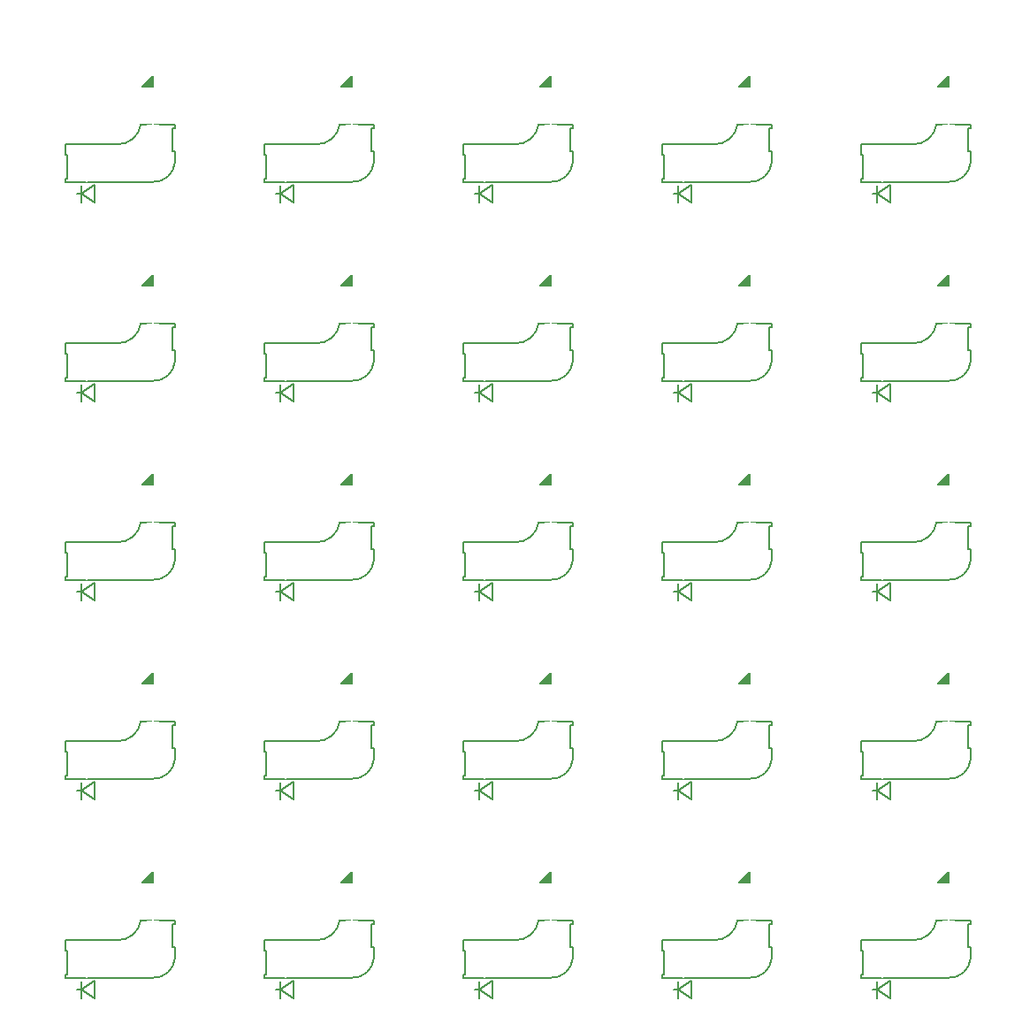
<source format=gbo>
%TF.GenerationSoftware,KiCad,Pcbnew,(6.0.0-0)*%
%TF.CreationDate,2022-01-08T22:40:35+00:00*%
%TF.ProjectId,Sarcodina,53617263-6f64-4696-9e61-2e6b69636164,rev?*%
%TF.SameCoordinates,Original*%
%TF.FileFunction,Legend,Bot*%
%TF.FilePolarity,Positive*%
%FSLAX46Y46*%
G04 Gerber Fmt 4.6, Leading zero omitted, Abs format (unit mm)*
G04 Created by KiCad (PCBNEW (6.0.0-0)) date 2022-01-08 22:40:35*
%MOMM*%
%LPD*%
G01*
G04 APERTURE LIST*
%ADD10C,0.150000*%
%ADD11C,0.200000*%
%ADD12C,1.800000*%
%ADD13C,3.000000*%
%ADD14C,1.900000*%
%ADD15C,4.100000*%
%ADD16R,2.300000X2.000000*%
%ADD17R,1.400000X1.400000*%
%ADD18R,1.600000X1.200000*%
%ADD19C,1.400000*%
%ADD20R,1.800000X0.820000*%
G04 APERTURE END LIST*
D10*
%TO.C,SW7*%
X75877000Y-118333250D02*
X75877000Y-117333250D01*
X65377000Y-120233250D02*
X73777001Y-120233250D01*
X65377000Y-117633250D02*
X65577000Y-117633250D01*
X65597000Y-117633250D02*
X65597000Y-119883250D01*
X75677000Y-115093250D02*
X75877000Y-115093250D01*
X75877000Y-117333250D02*
X75677000Y-117333250D01*
X75877000Y-114733250D02*
X75877000Y-115093250D01*
X65577000Y-119883250D02*
X65377000Y-119883250D01*
X75877000Y-114733250D02*
X72597000Y-114733250D01*
X75647000Y-117333250D02*
X75647000Y-115093250D01*
X65377000Y-116633250D02*
X65377000Y-117633250D01*
X65377000Y-119883250D02*
X65377000Y-120233250D01*
X70377000Y-116633250D02*
X65377000Y-116633250D01*
X70377000Y-116633250D02*
G75*
G03*
X72593318Y-114754721I65001J2169999D01*
G01*
X73777001Y-120233251D02*
G75*
G03*
X75877000Y-118333249I100000J1999999D01*
G01*
X75677000Y-57943250D02*
X75877000Y-57943250D01*
X65377000Y-59483250D02*
X65377000Y-60483250D01*
X65577000Y-62733250D02*
X65377000Y-62733250D01*
X65377000Y-62733250D02*
X65377000Y-63083250D01*
X75877000Y-61183250D02*
X75877000Y-60183250D01*
X65597000Y-60483250D02*
X65597000Y-62733250D01*
X70377000Y-59483250D02*
X65377000Y-59483250D01*
X75877000Y-57583250D02*
X72597000Y-57583250D01*
X75877000Y-57583250D02*
X75877000Y-57943250D01*
X65377000Y-60483250D02*
X65577000Y-60483250D01*
X65377000Y-63083250D02*
X73777001Y-63083250D01*
X75647000Y-60183250D02*
X75647000Y-57943250D01*
X75877000Y-60183250D02*
X75677000Y-60183250D01*
X70377000Y-59483250D02*
G75*
G03*
X72593318Y-57604721I65001J2169999D01*
G01*
X73777001Y-63083251D02*
G75*
G03*
X75877000Y-61183249I100000J1999999D01*
G01*
X89427000Y-97583250D02*
X84427000Y-97583250D01*
X94927000Y-98283250D02*
X94727000Y-98283250D01*
X94927000Y-95683250D02*
X91647000Y-95683250D01*
X84647000Y-98583250D02*
X84647000Y-100833250D01*
X84427000Y-100833250D02*
X84427000Y-101183250D01*
X84427000Y-97583250D02*
X84427000Y-98583250D01*
X84427000Y-101183250D02*
X92827001Y-101183250D01*
X94927000Y-99283250D02*
X94927000Y-98283250D01*
X84427000Y-98583250D02*
X84627000Y-98583250D01*
X94927000Y-95683250D02*
X94927000Y-96043250D01*
X84627000Y-100833250D02*
X84427000Y-100833250D01*
X94697000Y-98283250D02*
X94697000Y-96043250D01*
X94727000Y-96043250D02*
X94927000Y-96043250D01*
X89427000Y-97583250D02*
G75*
G03*
X91643318Y-95704721I65001J2169999D01*
G01*
X92827001Y-101183251D02*
G75*
G03*
X94927000Y-99283249I100000J1999999D01*
G01*
X103477000Y-79533250D02*
X103677000Y-79533250D01*
X113777000Y-76993250D02*
X113977000Y-76993250D01*
X113977000Y-80233250D02*
X113977000Y-79233250D01*
X103477000Y-78533250D02*
X103477000Y-79533250D01*
X103477000Y-81783250D02*
X103477000Y-82133250D01*
X103477000Y-82133250D02*
X111877001Y-82133250D01*
X103697000Y-79533250D02*
X103697000Y-81783250D01*
X113977000Y-76633250D02*
X113977000Y-76993250D01*
X113977000Y-76633250D02*
X110697000Y-76633250D01*
X113977000Y-79233250D02*
X113777000Y-79233250D01*
X108477000Y-78533250D02*
X103477000Y-78533250D01*
X113747000Y-79233250D02*
X113747000Y-76993250D01*
X103677000Y-81783250D02*
X103477000Y-81783250D01*
X111877001Y-82133251D02*
G75*
G03*
X113977000Y-80233249I100000J1999999D01*
G01*
X108477000Y-78533250D02*
G75*
G03*
X110693318Y-76654721I65001J2169999D01*
G01*
D11*
%TO.C,D*%
X105014200Y-64230250D02*
X104614200Y-64230250D01*
X105015000Y-64230250D02*
X106265000Y-65080250D01*
X105015000Y-64230250D02*
X106265000Y-63380250D01*
X106265000Y-63380250D02*
X106265000Y-65080250D01*
X105014200Y-63430250D02*
X105014200Y-65030250D01*
X49115000Y-120530250D02*
X49115000Y-122230250D01*
X47864200Y-121380250D02*
X47464200Y-121380250D01*
X47865000Y-121380250D02*
X49115000Y-122230250D01*
X47865000Y-121380250D02*
X49115000Y-120530250D01*
X47864200Y-120580250D02*
X47864200Y-122180250D01*
X87215000Y-120530250D02*
X87215000Y-122230250D01*
X85965000Y-121380250D02*
X87215000Y-122230250D01*
X85964200Y-121380250D02*
X85564200Y-121380250D01*
X85964200Y-120580250D02*
X85964200Y-122180250D01*
X85965000Y-121380250D02*
X87215000Y-120530250D01*
X105014200Y-101530250D02*
X105014200Y-103130250D01*
X105015000Y-102330250D02*
X106265000Y-103180250D01*
X105015000Y-102330250D02*
X106265000Y-101480250D01*
X105014200Y-102330250D02*
X104614200Y-102330250D01*
X106265000Y-101480250D02*
X106265000Y-103180250D01*
X124065000Y-45180250D02*
X125315000Y-46030250D01*
X124064200Y-45180250D02*
X123664200Y-45180250D01*
X124064200Y-44380250D02*
X124064200Y-45980250D01*
X124065000Y-45180250D02*
X125315000Y-44330250D01*
X125315000Y-44330250D02*
X125315000Y-46030250D01*
X85965000Y-45180250D02*
X87215000Y-46030250D01*
X87215000Y-44330250D02*
X87215000Y-46030250D01*
X85964200Y-44380250D02*
X85964200Y-45980250D01*
X85964200Y-45180250D02*
X85564200Y-45180250D01*
X85965000Y-45180250D02*
X87215000Y-44330250D01*
D10*
%TO.C,SW7*%
X75877000Y-95683250D02*
X75877000Y-96043250D01*
X75877000Y-95683250D02*
X72597000Y-95683250D01*
X65577000Y-100833250D02*
X65377000Y-100833250D01*
X65377000Y-101183250D02*
X73777001Y-101183250D01*
X75647000Y-98283250D02*
X75647000Y-96043250D01*
X75877000Y-99283250D02*
X75877000Y-98283250D01*
X65377000Y-97583250D02*
X65377000Y-98583250D01*
X70377000Y-97583250D02*
X65377000Y-97583250D01*
X75877000Y-98283250D02*
X75677000Y-98283250D01*
X65377000Y-100833250D02*
X65377000Y-101183250D01*
X65377000Y-98583250D02*
X65577000Y-98583250D01*
X75677000Y-96043250D02*
X75877000Y-96043250D01*
X65597000Y-98583250D02*
X65597000Y-100833250D01*
X73777001Y-101183251D02*
G75*
G03*
X75877000Y-99283249I100000J1999999D01*
G01*
X70377000Y-97583250D02*
G75*
G03*
X72593318Y-95704721I65001J2169999D01*
G01*
D11*
%TO.C,D*%
X105014200Y-83280250D02*
X104614200Y-83280250D01*
X105015000Y-83280250D02*
X106265000Y-82430250D01*
X105015000Y-83280250D02*
X106265000Y-84130250D01*
X106265000Y-82430250D02*
X106265000Y-84130250D01*
X105014200Y-82480250D02*
X105014200Y-84080250D01*
X47865000Y-102330250D02*
X49115000Y-101480250D01*
X47864200Y-102330250D02*
X47464200Y-102330250D01*
X49115000Y-101480250D02*
X49115000Y-103180250D01*
X47864200Y-101530250D02*
X47864200Y-103130250D01*
X47865000Y-102330250D02*
X49115000Y-103180250D01*
D10*
%TO.C,SW7*%
X103677000Y-119883250D02*
X103477000Y-119883250D01*
X103477000Y-116633250D02*
X103477000Y-117633250D01*
X103697000Y-117633250D02*
X103697000Y-119883250D01*
X113977000Y-118333250D02*
X113977000Y-117333250D01*
X113977000Y-114733250D02*
X113977000Y-115093250D01*
X103477000Y-119883250D02*
X103477000Y-120233250D01*
X108477000Y-116633250D02*
X103477000Y-116633250D01*
X103477000Y-120233250D02*
X111877001Y-120233250D01*
X103477000Y-117633250D02*
X103677000Y-117633250D01*
X113777000Y-115093250D02*
X113977000Y-115093250D01*
X113977000Y-117333250D02*
X113777000Y-117333250D01*
X113977000Y-114733250D02*
X110697000Y-114733250D01*
X113747000Y-117333250D02*
X113747000Y-115093250D01*
X111877001Y-120233251D02*
G75*
G03*
X113977000Y-118333249I100000J1999999D01*
G01*
X108477000Y-116633250D02*
G75*
G03*
X110693318Y-114754721I65001J2169999D01*
G01*
D11*
%TO.C,D*%
X66915000Y-121380250D02*
X68165000Y-120530250D01*
X66914200Y-120580250D02*
X66914200Y-122180250D01*
X66914200Y-121380250D02*
X66514200Y-121380250D01*
X68165000Y-120530250D02*
X68165000Y-122230250D01*
X66915000Y-121380250D02*
X68165000Y-122230250D01*
D10*
%TO.C,SW7*%
X65597000Y-41433250D02*
X65597000Y-43683250D01*
X75877000Y-41133250D02*
X75677000Y-41133250D01*
X65377000Y-41433250D02*
X65577000Y-41433250D01*
X70377000Y-40433250D02*
X65377000Y-40433250D01*
X75647000Y-41133250D02*
X75647000Y-38893250D01*
X75877000Y-42133250D02*
X75877000Y-41133250D01*
X75677000Y-38893250D02*
X75877000Y-38893250D01*
X75877000Y-38533250D02*
X75877000Y-38893250D01*
X65377000Y-40433250D02*
X65377000Y-41433250D01*
X65577000Y-43683250D02*
X65377000Y-43683250D01*
X75877000Y-38533250D02*
X72597000Y-38533250D01*
X65377000Y-44033250D02*
X73777001Y-44033250D01*
X65377000Y-43683250D02*
X65377000Y-44033250D01*
X70377000Y-40433250D02*
G75*
G03*
X72593318Y-38554721I65001J2169999D01*
G01*
X73777001Y-44033251D02*
G75*
G03*
X75877000Y-42133249I100000J1999999D01*
G01*
X51327000Y-116633250D02*
X46327000Y-116633250D01*
X56597000Y-117333250D02*
X56597000Y-115093250D01*
X46327000Y-116633250D02*
X46327000Y-117633250D01*
X56827000Y-114733250D02*
X53547000Y-114733250D01*
X46327000Y-120233250D02*
X54727001Y-120233250D01*
X56627000Y-115093250D02*
X56827000Y-115093250D01*
X46547000Y-117633250D02*
X46547000Y-119883250D01*
X56827000Y-114733250D02*
X56827000Y-115093250D01*
X46327000Y-117633250D02*
X46527000Y-117633250D01*
X46527000Y-119883250D02*
X46327000Y-119883250D01*
X56827000Y-117333250D02*
X56627000Y-117333250D01*
X46327000Y-119883250D02*
X46327000Y-120233250D01*
X56827000Y-118333250D02*
X56827000Y-117333250D01*
X51327000Y-116633250D02*
G75*
G03*
X53543318Y-114754721I65001J2169999D01*
G01*
X54727001Y-120233251D02*
G75*
G03*
X56827000Y-118333249I100000J1999999D01*
G01*
X132827000Y-96043250D02*
X133027000Y-96043250D01*
X122527000Y-101183250D02*
X130927001Y-101183250D01*
X122747000Y-98583250D02*
X122747000Y-100833250D01*
X133027000Y-95683250D02*
X133027000Y-96043250D01*
X133027000Y-99283250D02*
X133027000Y-98283250D01*
X133027000Y-98283250D02*
X132827000Y-98283250D01*
X122727000Y-100833250D02*
X122527000Y-100833250D01*
X132797000Y-98283250D02*
X132797000Y-96043250D01*
X122527000Y-98583250D02*
X122727000Y-98583250D01*
X127527000Y-97583250D02*
X122527000Y-97583250D01*
X133027000Y-95683250D02*
X129747000Y-95683250D01*
X122527000Y-97583250D02*
X122527000Y-98583250D01*
X122527000Y-100833250D02*
X122527000Y-101183250D01*
X127527000Y-97583250D02*
G75*
G03*
X129743318Y-95704721I65001J2169999D01*
G01*
X130927001Y-101183251D02*
G75*
G03*
X133027000Y-99283249I100000J1999999D01*
G01*
X46327000Y-59483250D02*
X46327000Y-60483250D01*
X46327000Y-60483250D02*
X46527000Y-60483250D01*
X56597000Y-60183250D02*
X56597000Y-57943250D01*
X46327000Y-62733250D02*
X46327000Y-63083250D01*
X46327000Y-63083250D02*
X54727001Y-63083250D01*
X56827000Y-57583250D02*
X56827000Y-57943250D01*
X56827000Y-60183250D02*
X56627000Y-60183250D01*
X56827000Y-61183250D02*
X56827000Y-60183250D01*
X46547000Y-60483250D02*
X46547000Y-62733250D01*
X56827000Y-57583250D02*
X53547000Y-57583250D01*
X51327000Y-59483250D02*
X46327000Y-59483250D01*
X56627000Y-57943250D02*
X56827000Y-57943250D01*
X46527000Y-62733250D02*
X46327000Y-62733250D01*
X51327000Y-59483250D02*
G75*
G03*
X53543318Y-57604721I65001J2169999D01*
G01*
X54727001Y-63083251D02*
G75*
G03*
X56827000Y-61183249I100000J1999999D01*
G01*
D11*
%TO.C,D*%
X66915000Y-83280250D02*
X68165000Y-82430250D01*
X68165000Y-82430250D02*
X68165000Y-84130250D01*
X66914200Y-83280250D02*
X66514200Y-83280250D01*
X66915000Y-83280250D02*
X68165000Y-84130250D01*
X66914200Y-82480250D02*
X66914200Y-84080250D01*
X124064200Y-63430250D02*
X124064200Y-65030250D01*
X124065000Y-64230250D02*
X125315000Y-65080250D01*
X125315000Y-63380250D02*
X125315000Y-65080250D01*
X124064200Y-64230250D02*
X123664200Y-64230250D01*
X124065000Y-64230250D02*
X125315000Y-63380250D01*
X106265000Y-120530250D02*
X106265000Y-122230250D01*
X105014200Y-121380250D02*
X104614200Y-121380250D01*
X105014200Y-120580250D02*
X105014200Y-122180250D01*
X105015000Y-121380250D02*
X106265000Y-122230250D01*
X105015000Y-121380250D02*
X106265000Y-120530250D01*
X47864200Y-64230250D02*
X47464200Y-64230250D01*
X47865000Y-64230250D02*
X49115000Y-65080250D01*
X49115000Y-63380250D02*
X49115000Y-65080250D01*
X47865000Y-64230250D02*
X49115000Y-63380250D01*
X47864200Y-63430250D02*
X47864200Y-65030250D01*
D10*
%TO.C,SW7*%
X65377000Y-79533250D02*
X65577000Y-79533250D01*
X65377000Y-78533250D02*
X65377000Y-79533250D01*
X70377000Y-78533250D02*
X65377000Y-78533250D01*
X65377000Y-81783250D02*
X65377000Y-82133250D01*
X75877000Y-76633250D02*
X72597000Y-76633250D01*
X75647000Y-79233250D02*
X75647000Y-76993250D01*
X65577000Y-81783250D02*
X65377000Y-81783250D01*
X75677000Y-76993250D02*
X75877000Y-76993250D01*
X65597000Y-79533250D02*
X65597000Y-81783250D01*
X65377000Y-82133250D02*
X73777001Y-82133250D01*
X75877000Y-80233250D02*
X75877000Y-79233250D01*
X75877000Y-76633250D02*
X75877000Y-76993250D01*
X75877000Y-79233250D02*
X75677000Y-79233250D01*
X73777001Y-82133251D02*
G75*
G03*
X75877000Y-80233249I100000J1999999D01*
G01*
X70377000Y-78533250D02*
G75*
G03*
X72593318Y-76654721I65001J2169999D01*
G01*
D11*
%TO.C,D*%
X124064200Y-121380250D02*
X123664200Y-121380250D01*
X124065000Y-121380250D02*
X125315000Y-122230250D01*
X124065000Y-121380250D02*
X125315000Y-120530250D01*
X124064200Y-120580250D02*
X124064200Y-122180250D01*
X125315000Y-120530250D02*
X125315000Y-122230250D01*
X47864200Y-83280250D02*
X47464200Y-83280250D01*
X47864200Y-82480250D02*
X47864200Y-84080250D01*
X47865000Y-83280250D02*
X49115000Y-84130250D01*
X47865000Y-83280250D02*
X49115000Y-82430250D01*
X49115000Y-82430250D02*
X49115000Y-84130250D01*
X85965000Y-64230250D02*
X87215000Y-63380250D01*
X87215000Y-63380250D02*
X87215000Y-65080250D01*
X85964200Y-63430250D02*
X85964200Y-65030250D01*
X85965000Y-64230250D02*
X87215000Y-65080250D01*
X85964200Y-64230250D02*
X85564200Y-64230250D01*
D10*
%TO.C,SW7*%
X122727000Y-119883250D02*
X122527000Y-119883250D01*
X133027000Y-117333250D02*
X132827000Y-117333250D01*
X122527000Y-120233250D02*
X130927001Y-120233250D01*
X122527000Y-119883250D02*
X122527000Y-120233250D01*
X132797000Y-117333250D02*
X132797000Y-115093250D01*
X122527000Y-117633250D02*
X122727000Y-117633250D01*
X133027000Y-114733250D02*
X129747000Y-114733250D01*
X127527000Y-116633250D02*
X122527000Y-116633250D01*
X132827000Y-115093250D02*
X133027000Y-115093250D01*
X133027000Y-118333250D02*
X133027000Y-117333250D01*
X122527000Y-116633250D02*
X122527000Y-117633250D01*
X122747000Y-117633250D02*
X122747000Y-119883250D01*
X133027000Y-114733250D02*
X133027000Y-115093250D01*
X127527000Y-116633250D02*
G75*
G03*
X129743318Y-114754721I65001J2169999D01*
G01*
X130927001Y-120233251D02*
G75*
G03*
X133027000Y-118333249I100000J1999999D01*
G01*
D11*
%TO.C,D*%
X124065000Y-83280250D02*
X125315000Y-84130250D01*
X124064200Y-83280250D02*
X123664200Y-83280250D01*
X124065000Y-83280250D02*
X125315000Y-82430250D01*
X124064200Y-82480250D02*
X124064200Y-84080250D01*
X125315000Y-82430250D02*
X125315000Y-84130250D01*
X105014200Y-44380250D02*
X105014200Y-45980250D01*
X105014200Y-45180250D02*
X104614200Y-45180250D01*
X106265000Y-44330250D02*
X106265000Y-46030250D01*
X105015000Y-45180250D02*
X106265000Y-46030250D01*
X105015000Y-45180250D02*
X106265000Y-44330250D01*
X87215000Y-82430250D02*
X87215000Y-84130250D01*
X85965000Y-83280250D02*
X87215000Y-82430250D01*
X85965000Y-83280250D02*
X87215000Y-84130250D01*
X85964200Y-82480250D02*
X85964200Y-84080250D01*
X85964200Y-83280250D02*
X85564200Y-83280250D01*
D10*
%TO.C,SW7*%
X94927000Y-38533250D02*
X91647000Y-38533250D01*
X94927000Y-41133250D02*
X94727000Y-41133250D01*
X89427000Y-40433250D02*
X84427000Y-40433250D01*
X94927000Y-42133250D02*
X94927000Y-41133250D01*
X84427000Y-40433250D02*
X84427000Y-41433250D01*
X84427000Y-44033250D02*
X92827001Y-44033250D01*
X94727000Y-38893250D02*
X94927000Y-38893250D01*
X84627000Y-43683250D02*
X84427000Y-43683250D01*
X84647000Y-41433250D02*
X84647000Y-43683250D01*
X94697000Y-41133250D02*
X94697000Y-38893250D01*
X84427000Y-43683250D02*
X84427000Y-44033250D01*
X94927000Y-38533250D02*
X94927000Y-38893250D01*
X84427000Y-41433250D02*
X84627000Y-41433250D01*
X92827001Y-44033251D02*
G75*
G03*
X94927000Y-42133249I100000J1999999D01*
G01*
X89427000Y-40433250D02*
G75*
G03*
X91643318Y-38554721I65001J2169999D01*
G01*
X133027000Y-57583250D02*
X133027000Y-57943250D01*
X133027000Y-61183250D02*
X133027000Y-60183250D01*
X133027000Y-60183250D02*
X132827000Y-60183250D01*
X132797000Y-60183250D02*
X132797000Y-57943250D01*
X122527000Y-63083250D02*
X130927001Y-63083250D01*
X122527000Y-60483250D02*
X122727000Y-60483250D01*
X122527000Y-59483250D02*
X122527000Y-60483250D01*
X132827000Y-57943250D02*
X133027000Y-57943250D01*
X133027000Y-57583250D02*
X129747000Y-57583250D01*
X122527000Y-62733250D02*
X122527000Y-63083250D01*
X122747000Y-60483250D02*
X122747000Y-62733250D01*
X122727000Y-62733250D02*
X122527000Y-62733250D01*
X127527000Y-59483250D02*
X122527000Y-59483250D01*
X127527000Y-59483250D02*
G75*
G03*
X129743318Y-57604721I65001J2169999D01*
G01*
X130927001Y-63083251D02*
G75*
G03*
X133027000Y-61183249I100000J1999999D01*
G01*
D11*
%TO.C,D*%
X66915000Y-102330250D02*
X68165000Y-101480250D01*
X66914200Y-102330250D02*
X66514200Y-102330250D01*
X66915000Y-102330250D02*
X68165000Y-103180250D01*
X68165000Y-101480250D02*
X68165000Y-103180250D01*
X66914200Y-101530250D02*
X66914200Y-103130250D01*
D10*
%TO.C,SW7*%
X132797000Y-79233250D02*
X132797000Y-76993250D01*
X122527000Y-82133250D02*
X130927001Y-82133250D01*
X122747000Y-79533250D02*
X122747000Y-81783250D01*
X133027000Y-76633250D02*
X133027000Y-76993250D01*
X132827000Y-76993250D02*
X133027000Y-76993250D01*
X133027000Y-79233250D02*
X132827000Y-79233250D01*
X122527000Y-79533250D02*
X122727000Y-79533250D01*
X122527000Y-81783250D02*
X122527000Y-82133250D01*
X133027000Y-80233250D02*
X133027000Y-79233250D01*
X122727000Y-81783250D02*
X122527000Y-81783250D01*
X133027000Y-76633250D02*
X129747000Y-76633250D01*
X127527000Y-78533250D02*
X122527000Y-78533250D01*
X122527000Y-78533250D02*
X122527000Y-79533250D01*
X130927001Y-82133251D02*
G75*
G03*
X133027000Y-80233249I100000J1999999D01*
G01*
X127527000Y-78533250D02*
G75*
G03*
X129743318Y-76654721I65001J2169999D01*
G01*
X103477000Y-44033250D02*
X111877001Y-44033250D01*
X103477000Y-41433250D02*
X103677000Y-41433250D01*
X103677000Y-43683250D02*
X103477000Y-43683250D01*
X108477000Y-40433250D02*
X103477000Y-40433250D01*
X103697000Y-41433250D02*
X103697000Y-43683250D01*
X113777000Y-38893250D02*
X113977000Y-38893250D01*
X113977000Y-38533250D02*
X110697000Y-38533250D01*
X103477000Y-40433250D02*
X103477000Y-41433250D01*
X113977000Y-41133250D02*
X113777000Y-41133250D01*
X113747000Y-41133250D02*
X113747000Y-38893250D01*
X113977000Y-42133250D02*
X113977000Y-41133250D01*
X103477000Y-43683250D02*
X103477000Y-44033250D01*
X113977000Y-38533250D02*
X113977000Y-38893250D01*
X108477000Y-40433250D02*
G75*
G03*
X110693318Y-38554721I65001J2169999D01*
G01*
X111877001Y-44033251D02*
G75*
G03*
X113977000Y-42133249I100000J1999999D01*
G01*
X46327000Y-101183250D02*
X54727001Y-101183250D01*
X46547000Y-98583250D02*
X46547000Y-100833250D01*
X56827000Y-95683250D02*
X53547000Y-95683250D01*
X56597000Y-98283250D02*
X56597000Y-96043250D01*
X56827000Y-95683250D02*
X56827000Y-96043250D01*
X46527000Y-100833250D02*
X46327000Y-100833250D01*
X51327000Y-97583250D02*
X46327000Y-97583250D01*
X56827000Y-98283250D02*
X56627000Y-98283250D01*
X46327000Y-97583250D02*
X46327000Y-98583250D01*
X56827000Y-99283250D02*
X56827000Y-98283250D01*
X46327000Y-98583250D02*
X46527000Y-98583250D01*
X56627000Y-96043250D02*
X56827000Y-96043250D01*
X46327000Y-100833250D02*
X46327000Y-101183250D01*
X54727001Y-101183251D02*
G75*
G03*
X56827000Y-99283249I100000J1999999D01*
G01*
X51327000Y-97583250D02*
G75*
G03*
X53543318Y-95704721I65001J2169999D01*
G01*
X94697000Y-79233250D02*
X94697000Y-76993250D01*
X84427000Y-78533250D02*
X84427000Y-79533250D01*
X94927000Y-79233250D02*
X94727000Y-79233250D01*
X84647000Y-79533250D02*
X84647000Y-81783250D01*
X84627000Y-81783250D02*
X84427000Y-81783250D01*
X94927000Y-76633250D02*
X91647000Y-76633250D01*
X94727000Y-76993250D02*
X94927000Y-76993250D01*
X94927000Y-80233250D02*
X94927000Y-79233250D01*
X84427000Y-82133250D02*
X92827001Y-82133250D01*
X94927000Y-76633250D02*
X94927000Y-76993250D01*
X84427000Y-79533250D02*
X84627000Y-79533250D01*
X89427000Y-78533250D02*
X84427000Y-78533250D01*
X84427000Y-81783250D02*
X84427000Y-82133250D01*
X89427000Y-78533250D02*
G75*
G03*
X91643318Y-76654721I65001J2169999D01*
G01*
X92827001Y-82133251D02*
G75*
G03*
X94927000Y-80233249I100000J1999999D01*
G01*
X103477000Y-101183250D02*
X111877001Y-101183250D01*
X108477000Y-97583250D02*
X103477000Y-97583250D01*
X103477000Y-97583250D02*
X103477000Y-98583250D01*
X103697000Y-98583250D02*
X103697000Y-100833250D01*
X103477000Y-100833250D02*
X103477000Y-101183250D01*
X113977000Y-95683250D02*
X110697000Y-95683250D01*
X113977000Y-98283250D02*
X113777000Y-98283250D01*
X113977000Y-99283250D02*
X113977000Y-98283250D01*
X103477000Y-98583250D02*
X103677000Y-98583250D01*
X113977000Y-95683250D02*
X113977000Y-96043250D01*
X113777000Y-96043250D02*
X113977000Y-96043250D01*
X113747000Y-98283250D02*
X113747000Y-96043250D01*
X103677000Y-100833250D02*
X103477000Y-100833250D01*
X111877001Y-101183251D02*
G75*
G03*
X113977000Y-99283249I100000J1999999D01*
G01*
X108477000Y-97583250D02*
G75*
G03*
X110693318Y-95704721I65001J2169999D01*
G01*
D11*
%TO.C,D*%
X47864200Y-45180250D02*
X47464200Y-45180250D01*
X47865000Y-45180250D02*
X49115000Y-46030250D01*
X47865000Y-45180250D02*
X49115000Y-44330250D01*
X47864200Y-44380250D02*
X47864200Y-45980250D01*
X49115000Y-44330250D02*
X49115000Y-46030250D01*
D10*
%TO.C,SW7*%
X103697000Y-60483250D02*
X103697000Y-62733250D01*
X113977000Y-60183250D02*
X113777000Y-60183250D01*
X108477000Y-59483250D02*
X103477000Y-59483250D01*
X103477000Y-63083250D02*
X111877001Y-63083250D01*
X113747000Y-60183250D02*
X113747000Y-57943250D01*
X103477000Y-62733250D02*
X103477000Y-63083250D01*
X103677000Y-62733250D02*
X103477000Y-62733250D01*
X113977000Y-57583250D02*
X110697000Y-57583250D01*
X113977000Y-61183250D02*
X113977000Y-60183250D01*
X113977000Y-57583250D02*
X113977000Y-57943250D01*
X103477000Y-59483250D02*
X103477000Y-60483250D01*
X103477000Y-60483250D02*
X103677000Y-60483250D01*
X113777000Y-57943250D02*
X113977000Y-57943250D01*
X108477000Y-59483250D02*
G75*
G03*
X110693318Y-57604721I65001J2169999D01*
G01*
X111877001Y-63083251D02*
G75*
G03*
X113977000Y-61183249I100000J1999999D01*
G01*
X46527000Y-43683250D02*
X46327000Y-43683250D01*
X56827000Y-42133250D02*
X56827000Y-41133250D01*
X46547000Y-41433250D02*
X46547000Y-43683250D01*
X46327000Y-41433250D02*
X46527000Y-41433250D01*
X46327000Y-44033250D02*
X54727001Y-44033250D01*
X56827000Y-38533250D02*
X53547000Y-38533250D01*
X46327000Y-43683250D02*
X46327000Y-44033250D01*
X51327000Y-40433250D02*
X46327000Y-40433250D01*
X56597000Y-41133250D02*
X56597000Y-38893250D01*
X46327000Y-40433250D02*
X46327000Y-41433250D01*
X56627000Y-38893250D02*
X56827000Y-38893250D01*
X56827000Y-38533250D02*
X56827000Y-38893250D01*
X56827000Y-41133250D02*
X56627000Y-41133250D01*
X51327000Y-40433250D02*
G75*
G03*
X53543318Y-38554721I65001J2169999D01*
G01*
X54727001Y-44033251D02*
G75*
G03*
X56827000Y-42133249I100000J1999999D01*
G01*
D11*
%TO.C,D*%
X66915000Y-45180250D02*
X68165000Y-46030250D01*
X66915000Y-45180250D02*
X68165000Y-44330250D01*
X68165000Y-44330250D02*
X68165000Y-46030250D01*
X66914200Y-45180250D02*
X66514200Y-45180250D01*
X66914200Y-44380250D02*
X66914200Y-45980250D01*
D10*
%TO.C,SW7*%
X56827000Y-80233250D02*
X56827000Y-79233250D01*
X56827000Y-76633250D02*
X56827000Y-76993250D01*
X46327000Y-81783250D02*
X46327000Y-82133250D01*
X46327000Y-82133250D02*
X54727001Y-82133250D01*
X51327000Y-78533250D02*
X46327000Y-78533250D01*
X46547000Y-79533250D02*
X46547000Y-81783250D01*
X46527000Y-81783250D02*
X46327000Y-81783250D01*
X56597000Y-79233250D02*
X56597000Y-76993250D01*
X56827000Y-79233250D02*
X56627000Y-79233250D01*
X56627000Y-76993250D02*
X56827000Y-76993250D01*
X46327000Y-79533250D02*
X46527000Y-79533250D01*
X46327000Y-78533250D02*
X46327000Y-79533250D01*
X56827000Y-76633250D02*
X53547000Y-76633250D01*
X51327000Y-78533250D02*
G75*
G03*
X53543318Y-76654721I65001J2169999D01*
G01*
X54727001Y-82133251D02*
G75*
G03*
X56827000Y-80233249I100000J1999999D01*
G01*
X84427000Y-117633250D02*
X84627000Y-117633250D01*
X84627000Y-119883250D02*
X84427000Y-119883250D01*
X94927000Y-114733250D02*
X91647000Y-114733250D01*
X94927000Y-118333250D02*
X94927000Y-117333250D01*
X84427000Y-119883250D02*
X84427000Y-120233250D01*
X94697000Y-117333250D02*
X94697000Y-115093250D01*
X84427000Y-120233250D02*
X92827001Y-120233250D01*
X94927000Y-114733250D02*
X94927000Y-115093250D01*
X84647000Y-117633250D02*
X84647000Y-119883250D01*
X94927000Y-117333250D02*
X94727000Y-117333250D01*
X89427000Y-116633250D02*
X84427000Y-116633250D01*
X84427000Y-116633250D02*
X84427000Y-117633250D01*
X94727000Y-115093250D02*
X94927000Y-115093250D01*
X89427000Y-116633250D02*
G75*
G03*
X91643318Y-114754721I65001J2169999D01*
G01*
X92827001Y-120233251D02*
G75*
G03*
X94927000Y-118333249I100000J1999999D01*
G01*
X132827000Y-38893250D02*
X133027000Y-38893250D01*
X133027000Y-42133250D02*
X133027000Y-41133250D01*
X132797000Y-41133250D02*
X132797000Y-38893250D01*
X133027000Y-38533250D02*
X133027000Y-38893250D01*
X122527000Y-43683250D02*
X122527000Y-44033250D01*
X133027000Y-41133250D02*
X132827000Y-41133250D01*
X127527000Y-40433250D02*
X122527000Y-40433250D01*
X122527000Y-41433250D02*
X122727000Y-41433250D01*
X122727000Y-43683250D02*
X122527000Y-43683250D01*
X122527000Y-40433250D02*
X122527000Y-41433250D01*
X122527000Y-44033250D02*
X130927001Y-44033250D01*
X122747000Y-41433250D02*
X122747000Y-43683250D01*
X133027000Y-38533250D02*
X129747000Y-38533250D01*
X127527000Y-40433250D02*
G75*
G03*
X129743318Y-38554721I65001J2169999D01*
G01*
X130927001Y-44033251D02*
G75*
G03*
X133027000Y-42133249I100000J1999999D01*
G01*
D11*
%TO.C,D*%
X85965000Y-102330250D02*
X87215000Y-101480250D01*
X85964200Y-101530250D02*
X85964200Y-103130250D01*
X85965000Y-102330250D02*
X87215000Y-103180250D01*
X85964200Y-102330250D02*
X85564200Y-102330250D01*
X87215000Y-101480250D02*
X87215000Y-103180250D01*
X66914200Y-64230250D02*
X66514200Y-64230250D01*
X66914200Y-63430250D02*
X66914200Y-65030250D01*
X66915000Y-64230250D02*
X68165000Y-65080250D01*
X66915000Y-64230250D02*
X68165000Y-63380250D01*
X68165000Y-63380250D02*
X68165000Y-65080250D01*
D10*
%TO.C,SW7*%
X84647000Y-60483250D02*
X84647000Y-62733250D01*
X94927000Y-57583250D02*
X91647000Y-57583250D01*
X84427000Y-62733250D02*
X84427000Y-63083250D01*
X84427000Y-59483250D02*
X84427000Y-60483250D01*
X94927000Y-61183250D02*
X94927000Y-60183250D01*
X94927000Y-60183250D02*
X94727000Y-60183250D01*
X84627000Y-62733250D02*
X84427000Y-62733250D01*
X89427000Y-59483250D02*
X84427000Y-59483250D01*
X84427000Y-60483250D02*
X84627000Y-60483250D01*
X84427000Y-63083250D02*
X92827001Y-63083250D01*
X94697000Y-60183250D02*
X94697000Y-57943250D01*
X94927000Y-57583250D02*
X94927000Y-57943250D01*
X94727000Y-57943250D02*
X94927000Y-57943250D01*
X92827001Y-63083251D02*
G75*
G03*
X94927000Y-61183249I100000J1999999D01*
G01*
X89427000Y-59483250D02*
G75*
G03*
X91643318Y-57604721I65001J2169999D01*
G01*
D11*
%TO.C,D*%
X124064200Y-102330250D02*
X123664200Y-102330250D01*
X124065000Y-102330250D02*
X125315000Y-101480250D01*
X125315000Y-101480250D02*
X125315000Y-103180250D01*
X124064200Y-101530250D02*
X124064200Y-103130250D01*
X124065000Y-102330250D02*
X125315000Y-103180250D01*
D10*
%TO.C,L1*%
X73787000Y-52927250D02*
X72771000Y-53943250D01*
X72771000Y-53943250D02*
X73787000Y-53943250D01*
X73787000Y-53943250D02*
X73787000Y-52927250D01*
G36*
X73787000Y-53943250D02*
G01*
X72771000Y-53943250D01*
X73787000Y-52927250D01*
X73787000Y-53943250D01*
G37*
X73787000Y-53943250D02*
X72771000Y-53943250D01*
X73787000Y-52927250D01*
X73787000Y-53943250D01*
X92837000Y-110077250D02*
X91821000Y-111093250D01*
X91821000Y-111093250D02*
X92837000Y-111093250D01*
X92837000Y-111093250D02*
X92837000Y-110077250D01*
G36*
X92837000Y-111093250D02*
G01*
X91821000Y-111093250D01*
X92837000Y-110077250D01*
X92837000Y-111093250D01*
G37*
X92837000Y-111093250D02*
X91821000Y-111093250D01*
X92837000Y-110077250D01*
X92837000Y-111093250D01*
X111887000Y-71977250D02*
X110871000Y-72993250D01*
X110871000Y-72993250D02*
X111887000Y-72993250D01*
X111887000Y-72993250D02*
X111887000Y-71977250D01*
G36*
X111887000Y-72993250D02*
G01*
X110871000Y-72993250D01*
X111887000Y-71977250D01*
X111887000Y-72993250D01*
G37*
X111887000Y-72993250D02*
X110871000Y-72993250D01*
X111887000Y-71977250D01*
X111887000Y-72993250D01*
X54737000Y-71977250D02*
X53721000Y-72993250D01*
X53721000Y-72993250D02*
X54737000Y-72993250D01*
X54737000Y-72993250D02*
X54737000Y-71977250D01*
G36*
X54737000Y-72993250D02*
G01*
X53721000Y-72993250D01*
X54737000Y-71977250D01*
X54737000Y-72993250D01*
G37*
X54737000Y-72993250D02*
X53721000Y-72993250D01*
X54737000Y-71977250D01*
X54737000Y-72993250D01*
X130937000Y-91027250D02*
X129921000Y-92043250D01*
X129921000Y-92043250D02*
X130937000Y-92043250D01*
X130937000Y-92043250D02*
X130937000Y-91027250D01*
G36*
X130937000Y-92043250D02*
G01*
X129921000Y-92043250D01*
X130937000Y-91027250D01*
X130937000Y-92043250D01*
G37*
X130937000Y-92043250D02*
X129921000Y-92043250D01*
X130937000Y-91027250D01*
X130937000Y-92043250D01*
X73787000Y-91027250D02*
X72771000Y-92043250D01*
X72771000Y-92043250D02*
X73787000Y-92043250D01*
X73787000Y-92043250D02*
X73787000Y-91027250D01*
G36*
X73787000Y-92043250D02*
G01*
X72771000Y-92043250D01*
X73787000Y-91027250D01*
X73787000Y-92043250D01*
G37*
X73787000Y-92043250D02*
X72771000Y-92043250D01*
X73787000Y-91027250D01*
X73787000Y-92043250D01*
X111887000Y-110077250D02*
X110871000Y-111093250D01*
X110871000Y-111093250D02*
X111887000Y-111093250D01*
X111887000Y-111093250D02*
X111887000Y-110077250D01*
G36*
X111887000Y-111093250D02*
G01*
X110871000Y-111093250D01*
X111887000Y-110077250D01*
X111887000Y-111093250D01*
G37*
X111887000Y-111093250D02*
X110871000Y-111093250D01*
X111887000Y-110077250D01*
X111887000Y-111093250D01*
X92837000Y-71977250D02*
X91821000Y-72993250D01*
X91821000Y-72993250D02*
X92837000Y-72993250D01*
X92837000Y-72993250D02*
X92837000Y-71977250D01*
G36*
X92837000Y-72993250D02*
G01*
X91821000Y-72993250D01*
X92837000Y-71977250D01*
X92837000Y-72993250D01*
G37*
X92837000Y-72993250D02*
X91821000Y-72993250D01*
X92837000Y-71977250D01*
X92837000Y-72993250D01*
X73787000Y-33877250D02*
X72771000Y-34893250D01*
X72771000Y-34893250D02*
X73787000Y-34893250D01*
X73787000Y-34893250D02*
X73787000Y-33877250D01*
G36*
X73787000Y-34893250D02*
G01*
X72771000Y-34893250D01*
X73787000Y-33877250D01*
X73787000Y-34893250D01*
G37*
X73787000Y-34893250D02*
X72771000Y-34893250D01*
X73787000Y-33877250D01*
X73787000Y-34893250D01*
X130937000Y-33877250D02*
X129921000Y-34893250D01*
X129921000Y-34893250D02*
X130937000Y-34893250D01*
X130937000Y-34893250D02*
X130937000Y-33877250D01*
G36*
X130937000Y-34893250D02*
G01*
X129921000Y-34893250D01*
X130937000Y-33877250D01*
X130937000Y-34893250D01*
G37*
X130937000Y-34893250D02*
X129921000Y-34893250D01*
X130937000Y-33877250D01*
X130937000Y-34893250D01*
X111887000Y-91027250D02*
X110871000Y-92043250D01*
X110871000Y-92043250D02*
X111887000Y-92043250D01*
X111887000Y-92043250D02*
X111887000Y-91027250D01*
G36*
X111887000Y-92043250D02*
G01*
X110871000Y-92043250D01*
X111887000Y-91027250D01*
X111887000Y-92043250D01*
G37*
X111887000Y-92043250D02*
X110871000Y-92043250D01*
X111887000Y-91027250D01*
X111887000Y-92043250D01*
X73787000Y-110077250D02*
X72771000Y-111093250D01*
X72771000Y-111093250D02*
X73787000Y-111093250D01*
X73787000Y-111093250D02*
X73787000Y-110077250D01*
G36*
X73787000Y-111093250D02*
G01*
X72771000Y-111093250D01*
X73787000Y-110077250D01*
X73787000Y-111093250D01*
G37*
X73787000Y-111093250D02*
X72771000Y-111093250D01*
X73787000Y-110077250D01*
X73787000Y-111093250D01*
X111887000Y-33877250D02*
X110871000Y-34893250D01*
X110871000Y-34893250D02*
X111887000Y-34893250D01*
X111887000Y-34893250D02*
X111887000Y-33877250D01*
G36*
X111887000Y-34893250D02*
G01*
X110871000Y-34893250D01*
X111887000Y-33877250D01*
X111887000Y-34893250D01*
G37*
X111887000Y-34893250D02*
X110871000Y-34893250D01*
X111887000Y-33877250D01*
X111887000Y-34893250D01*
X111887000Y-52927250D02*
X110871000Y-53943250D01*
X110871000Y-53943250D02*
X111887000Y-53943250D01*
X111887000Y-53943250D02*
X111887000Y-52927250D01*
G36*
X111887000Y-53943250D02*
G01*
X110871000Y-53943250D01*
X111887000Y-52927250D01*
X111887000Y-53943250D01*
G37*
X111887000Y-53943250D02*
X110871000Y-53943250D01*
X111887000Y-52927250D01*
X111887000Y-53943250D01*
X54737000Y-52927250D02*
X53721000Y-53943250D01*
X53721000Y-53943250D02*
X54737000Y-53943250D01*
X54737000Y-53943250D02*
X54737000Y-52927250D01*
G36*
X54737000Y-53943250D02*
G01*
X53721000Y-53943250D01*
X54737000Y-52927250D01*
X54737000Y-53943250D01*
G37*
X54737000Y-53943250D02*
X53721000Y-53943250D01*
X54737000Y-52927250D01*
X54737000Y-53943250D01*
X54737000Y-110077250D02*
X53721000Y-111093250D01*
X53721000Y-111093250D02*
X54737000Y-111093250D01*
X54737000Y-111093250D02*
X54737000Y-110077250D01*
G36*
X54737000Y-111093250D02*
G01*
X53721000Y-111093250D01*
X54737000Y-110077250D01*
X54737000Y-111093250D01*
G37*
X54737000Y-111093250D02*
X53721000Y-111093250D01*
X54737000Y-110077250D01*
X54737000Y-111093250D01*
X92837000Y-52927250D02*
X91821000Y-53943250D01*
X91821000Y-53943250D02*
X92837000Y-53943250D01*
X92837000Y-53943250D02*
X92837000Y-52927250D01*
G36*
X92837000Y-53943250D02*
G01*
X91821000Y-53943250D01*
X92837000Y-52927250D01*
X92837000Y-53943250D01*
G37*
X92837000Y-53943250D02*
X91821000Y-53943250D01*
X92837000Y-52927250D01*
X92837000Y-53943250D01*
X73787000Y-71977250D02*
X72771000Y-72993250D01*
X72771000Y-72993250D02*
X73787000Y-72993250D01*
X73787000Y-72993250D02*
X73787000Y-71977250D01*
G36*
X73787000Y-72993250D02*
G01*
X72771000Y-72993250D01*
X73787000Y-71977250D01*
X73787000Y-72993250D01*
G37*
X73787000Y-72993250D02*
X72771000Y-72993250D01*
X73787000Y-71977250D01*
X73787000Y-72993250D01*
X130937000Y-110077250D02*
X129921000Y-111093250D01*
X129921000Y-111093250D02*
X130937000Y-111093250D01*
X130937000Y-111093250D02*
X130937000Y-110077250D01*
G36*
X130937000Y-111093250D02*
G01*
X129921000Y-111093250D01*
X130937000Y-110077250D01*
X130937000Y-111093250D01*
G37*
X130937000Y-111093250D02*
X129921000Y-111093250D01*
X130937000Y-110077250D01*
X130937000Y-111093250D01*
X54737000Y-91027250D02*
X53721000Y-92043250D01*
X53721000Y-92043250D02*
X54737000Y-92043250D01*
X54737000Y-92043250D02*
X54737000Y-91027250D01*
G36*
X54737000Y-92043250D02*
G01*
X53721000Y-92043250D01*
X54737000Y-91027250D01*
X54737000Y-92043250D01*
G37*
X54737000Y-92043250D02*
X53721000Y-92043250D01*
X54737000Y-91027250D01*
X54737000Y-92043250D01*
X92837000Y-33877250D02*
X91821000Y-34893250D01*
X91821000Y-34893250D02*
X92837000Y-34893250D01*
X92837000Y-34893250D02*
X92837000Y-33877250D01*
G36*
X92837000Y-34893250D02*
G01*
X91821000Y-34893250D01*
X92837000Y-33877250D01*
X92837000Y-34893250D01*
G37*
X92837000Y-34893250D02*
X91821000Y-34893250D01*
X92837000Y-33877250D01*
X92837000Y-34893250D01*
X130937000Y-71977250D02*
X129921000Y-72993250D01*
X129921000Y-72993250D02*
X130937000Y-72993250D01*
X130937000Y-72993250D02*
X130937000Y-71977250D01*
G36*
X130937000Y-72993250D02*
G01*
X129921000Y-72993250D01*
X130937000Y-71977250D01*
X130937000Y-72993250D01*
G37*
X130937000Y-72993250D02*
X129921000Y-72993250D01*
X130937000Y-71977250D01*
X130937000Y-72993250D01*
X54737000Y-33877250D02*
X53721000Y-34893250D01*
X53721000Y-34893250D02*
X54737000Y-34893250D01*
X54737000Y-34893250D02*
X54737000Y-33877250D01*
G36*
X54737000Y-34893250D02*
G01*
X53721000Y-34893250D01*
X54737000Y-33877250D01*
X54737000Y-34893250D01*
G37*
X54737000Y-34893250D02*
X53721000Y-34893250D01*
X54737000Y-33877250D01*
X54737000Y-34893250D01*
X92837000Y-91027250D02*
X91821000Y-92043250D01*
X91821000Y-92043250D02*
X92837000Y-92043250D01*
X92837000Y-92043250D02*
X92837000Y-91027250D01*
G36*
X92837000Y-92043250D02*
G01*
X91821000Y-92043250D01*
X92837000Y-91027250D01*
X92837000Y-92043250D01*
G37*
X92837000Y-92043250D02*
X91821000Y-92043250D01*
X92837000Y-91027250D01*
X92837000Y-92043250D01*
X130937000Y-52927250D02*
X129921000Y-53943250D01*
X129921000Y-53943250D02*
X130937000Y-53943250D01*
X130937000Y-53943250D02*
X130937000Y-52927250D01*
G36*
X130937000Y-53943250D02*
G01*
X129921000Y-53943250D01*
X130937000Y-52927250D01*
X130937000Y-53943250D01*
G37*
X130937000Y-53943250D02*
X129921000Y-53943250D01*
X130937000Y-52927250D01*
X130937000Y-53943250D01*
%TD*%
D12*
%TO.C,*%
X119507000Y-74263250D03*
%TD*%
%TO.C,*%
X100457000Y-76803250D03*
%TD*%
%TO.C,*%
X43307000Y-102203250D03*
%TD*%
%TO.C,*%
X100457000Y-33623250D03*
%TD*%
%TO.C,*%
X77597000Y-45053250D03*
%TD*%
%TO.C,*%
X96647000Y-55213250D03*
%TD*%
%TO.C,*%
X92964000Y-102203250D03*
%TD*%
%TO.C,*%
X134747000Y-106013250D03*
%TD*%
%TO.C,*%
X134747000Y-80486250D03*
%TD*%
%TO.C,*%
X77597000Y-90773250D03*
%TD*%
%TO.C,*%
X62357000Y-121253250D03*
%TD*%
%TO.C,*%
X96647000Y-80486250D03*
%TD*%
%TO.C,*%
X96647000Y-106013250D03*
%TD*%
%TO.C,*%
X77597000Y-80486250D03*
%TD*%
%TO.C,*%
X100457000Y-95853250D03*
%TD*%
%TO.C,*%
X100457000Y-67913250D03*
%TD*%
%TO.C,*%
X77597000Y-112363250D03*
%TD*%
%TO.C,*%
X119507000Y-36163250D03*
%TD*%
%TO.C,*%
X115697000Y-99536250D03*
%TD*%
%TO.C,*%
X77597000Y-52673250D03*
%TD*%
%TO.C,*%
X81407000Y-102203250D03*
%TD*%
%TO.C,*%
X96647000Y-99536250D03*
%TD*%
%TO.C,*%
X134747000Y-86963250D03*
%TD*%
%TO.C,*%
X81407000Y-45053250D03*
%TD*%
%TO.C,*%
X73787000Y-48863250D03*
%TD*%
%TO.C,*%
X134747000Y-112363250D03*
%TD*%
%TO.C,*%
X43307000Y-114903250D03*
%TD*%
%TO.C,*%
X100457000Y-29813250D03*
%TD*%
%TO.C,*%
X92837000Y-29813250D03*
%TD*%
%TO.C,*%
X100457000Y-38703250D03*
%TD*%
%TO.C,*%
X54737000Y-29813250D03*
%TD*%
%TO.C,*%
X81407000Y-33623250D03*
%TD*%
%TO.C,*%
X115697000Y-106013250D03*
%TD*%
%TO.C,*%
X115697000Y-52673250D03*
%TD*%
%TO.C,*%
X43307000Y-71723250D03*
%TD*%
%TO.C,*%
X81407000Y-36163250D03*
%TD*%
%TO.C,*%
X96647000Y-86963250D03*
%TD*%
%TO.C,*%
X43307000Y-93313250D03*
%TD*%
%TO.C,*%
X62357000Y-86963250D03*
%TD*%
%TO.C,*%
X100457000Y-48863250D03*
%TD*%
%TO.C,*%
X130937000Y-48863250D03*
%TD*%
%TO.C,*%
X62357000Y-33623250D03*
%TD*%
%TO.C,*%
X96647000Y-112363250D03*
%TD*%
%TO.C,*%
X43307000Y-109823250D03*
%TD*%
%TO.C,*%
X58547000Y-55213250D03*
%TD*%
%TO.C,*%
X96647000Y-109823250D03*
%TD*%
%TO.C,*%
X54737000Y-86963250D03*
%TD*%
%TO.C,*%
X96647000Y-90773250D03*
%TD*%
%TO.C,*%
X43307000Y-90773250D03*
%TD*%
%TO.C,*%
X119507000Y-121253250D03*
%TD*%
%TO.C,*%
X119507000Y-64103250D03*
%TD*%
%TO.C,*%
X96647000Y-118586250D03*
%TD*%
%TO.C,*%
X115697000Y-90773250D03*
%TD*%
%TO.C,*%
X96647000Y-71723250D03*
%TD*%
%TO.C,*%
X81407000Y-86963250D03*
%TD*%
%TO.C,*%
X134747000Y-61436250D03*
%TD*%
%TO.C,*%
X134747000Y-90773250D03*
%TD*%
%TO.C,*%
X115697000Y-80486250D03*
%TD*%
%TO.C,*%
X100457000Y-52673250D03*
%TD*%
%TO.C,*%
X96647000Y-48863250D03*
%TD*%
%TO.C,*%
X54864000Y-121253250D03*
%TD*%
%TO.C,*%
X92837000Y-67913250D03*
%TD*%
%TO.C,*%
X96647000Y-102203250D03*
%TD*%
%TO.C,*%
X77597000Y-86963250D03*
%TD*%
%TO.C,*%
X119507000Y-93313250D03*
%TD*%
%TO.C,*%
X77597000Y-67913250D03*
%TD*%
%TO.C,*%
X119507000Y-29813250D03*
%TD*%
%TO.C,*%
X96647000Y-64103250D03*
%TD*%
%TO.C,*%
X62357000Y-74263250D03*
%TD*%
%TO.C,*%
X77597000Y-93313250D03*
%TD*%
%TO.C,*%
X119507000Y-95853250D03*
%TD*%
%TO.C,*%
X77597000Y-106013250D03*
%TD*%
%TO.C,*%
X54864000Y-45053250D03*
%TD*%
%TO.C,*%
X112014000Y-64103250D03*
%TD*%
%TO.C,*%
X62357000Y-109823250D03*
%TD*%
%TO.C,*%
X119507000Y-48863250D03*
%TD*%
%TO.C,*%
X58547000Y-90773250D03*
%TD*%
%TO.C,*%
X62357000Y-95853250D03*
%TD*%
%TO.C,*%
X73914000Y-102203250D03*
%TD*%
%TO.C,*%
X77597000Y-121253250D03*
%TD*%
%TO.C,*%
X62357000Y-93313250D03*
%TD*%
%TO.C,*%
X100457000Y-106013250D03*
%TD*%
%TO.C,*%
X73787000Y-67913250D03*
%TD*%
%TO.C,*%
X134747000Y-45053250D03*
%TD*%
%TO.C,*%
X58547000Y-42386250D03*
%TD*%
%TO.C,*%
X119507000Y-106013250D03*
%TD*%
%TO.C,*%
X77597000Y-61436250D03*
%TD*%
%TO.C,*%
X73914000Y-64103250D03*
%TD*%
%TO.C,*%
X62357000Y-48863250D03*
%TD*%
%TO.C,*%
X100457000Y-109823250D03*
%TD*%
%TO.C,*%
X119507000Y-109823250D03*
%TD*%
%TO.C,*%
X115697000Y-121253250D03*
%TD*%
%TO.C,*%
X96647000Y-93313250D03*
%TD*%
%TO.C,*%
X81407000Y-71723250D03*
%TD*%
%TO.C,*%
X100457000Y-74263250D03*
%TD*%
%TO.C,*%
X134747000Y-64103250D03*
%TD*%
%TO.C,*%
X43307000Y-95853250D03*
%TD*%
%TO.C,*%
X43307000Y-48863250D03*
%TD*%
%TO.C,*%
X134747000Y-52673250D03*
%TD*%
%TO.C,*%
X54864000Y-83153250D03*
%TD*%
%TO.C,*%
X73787000Y-106013250D03*
%TD*%
%TO.C,*%
X115697000Y-112363250D03*
%TD*%
%TO.C,*%
X115697000Y-102203250D03*
%TD*%
%TO.C,*%
X77597000Y-64103250D03*
%TD*%
%TO.C,*%
X134747000Y-42386250D03*
%TD*%
%TO.C,*%
X81407000Y-106013250D03*
%TD*%
%TO.C,*%
X96647000Y-36163250D03*
%TD*%
%TO.C,*%
X58547000Y-83153250D03*
%TD*%
%TO.C,*%
X119507000Y-71723250D03*
%TD*%
%TO.C,*%
X92964000Y-83153250D03*
%TD*%
%TO.C,*%
X81407000Y-52673250D03*
%TD*%
%TO.C,*%
X100457000Y-36163250D03*
%TD*%
%TO.C,*%
X81407000Y-95853250D03*
%TD*%
%TO.C,*%
X115697000Y-29813250D03*
%TD*%
%TO.C,*%
X111887000Y-48863250D03*
%TD*%
%TO.C,*%
X112014000Y-45053250D03*
%TD*%
%TO.C,*%
X96647000Y-42386250D03*
%TD*%
%TO.C,*%
X100457000Y-90773250D03*
%TD*%
%TO.C,*%
X119507000Y-83153250D03*
%TD*%
%TO.C,*%
X100457000Y-71723250D03*
%TD*%
%TO.C,*%
X115697000Y-36163250D03*
%TD*%
%TO.C,*%
X81407000Y-48863250D03*
%TD*%
%TO.C,*%
X112014000Y-83153250D03*
%TD*%
%TO.C,*%
X58547000Y-109823250D03*
%TD*%
%TO.C,*%
X43307000Y-86963250D03*
%TD*%
%TO.C,*%
X96647000Y-33623250D03*
%TD*%
%TO.C,*%
X58547000Y-71723250D03*
%TD*%
%TO.C,*%
X92964000Y-121253250D03*
%TD*%
%TO.C,*%
X58547000Y-64103250D03*
%TD*%
%TO.C,*%
X73914000Y-83153250D03*
%TD*%
%TO.C,*%
X77597000Y-109823250D03*
%TD*%
%TO.C,*%
X62357000Y-55213250D03*
%TD*%
%TO.C,*%
X73787000Y-29813250D03*
%TD*%
%TO.C,*%
X43307000Y-57753250D03*
%TD*%
%TO.C,*%
X92964000Y-45053250D03*
%TD*%
%TO.C,*%
X54737000Y-48863250D03*
%TD*%
%TO.C,*%
X134747000Y-55213250D03*
%TD*%
%TO.C,*%
X77597000Y-55213250D03*
%TD*%
%TO.C,*%
X73914000Y-121253250D03*
%TD*%
%TO.C,*%
X92964000Y-64103250D03*
%TD*%
%TO.C,*%
X43307000Y-121253250D03*
%TD*%
%TO.C,*%
X131064000Y-64103250D03*
%TD*%
%TO.C,*%
X134747000Y-109823250D03*
%TD*%
%TO.C,*%
X119507000Y-45053250D03*
%TD*%
%TO.C,*%
X130937000Y-29813250D03*
%TD*%
%TO.C,*%
X96647000Y-29813250D03*
%TD*%
%TO.C,*%
X115697000Y-86963250D03*
%TD*%
%TO.C,*%
X131064000Y-83153250D03*
%TD*%
%TO.C,*%
X134747000Y-99536250D03*
%TD*%
%TO.C,*%
X134747000Y-36163250D03*
%TD*%
%TO.C,*%
X62357000Y-106013250D03*
%TD*%
%TO.C,*%
X134747000Y-93313250D03*
%TD*%
%TO.C,*%
X81407000Y-83153250D03*
%TD*%
%TO.C,*%
X77597000Y-99536250D03*
%TD*%
%TO.C,*%
X115697000Y-109823250D03*
%TD*%
%TO.C,*%
X92837000Y-106013250D03*
%TD*%
%TO.C,*%
X62357000Y-36163250D03*
%TD*%
%TO.C,*%
X134747000Y-33623250D03*
%TD*%
%TO.C,*%
X100457000Y-83153250D03*
%TD*%
%TO.C,*%
X100457000Y-114903250D03*
%TD*%
%TO.C,*%
X81407000Y-76803250D03*
%TD*%
%TO.C,*%
X62357000Y-57753250D03*
%TD*%
%TO.C,*%
X81407000Y-38703250D03*
%TD*%
%TO.C,*%
X81407000Y-29813250D03*
%TD*%
%TO.C,*%
X77597000Y-33623250D03*
%TD*%
%TO.C,*%
X62357000Y-71723250D03*
%TD*%
%TO.C,*%
X58547000Y-106013250D03*
%TD*%
%TO.C,*%
X96647000Y-74263250D03*
%TD*%
%TO.C,*%
X92837000Y-86963250D03*
%TD*%
%TO.C,*%
X119507000Y-67913250D03*
%TD*%
%TO.C,*%
X115697000Y-45053250D03*
%TD*%
%TO.C,*%
X58547000Y-29813250D03*
%TD*%
%TO.C,*%
X100457000Y-64103250D03*
%TD*%
%TO.C,*%
X77597000Y-36163250D03*
%TD*%
%TO.C,*%
X43307000Y-106013250D03*
%TD*%
%TO.C,*%
X43307000Y-76803250D03*
%TD*%
%TO.C,*%
X100457000Y-45053250D03*
%TD*%
%TO.C,*%
X54864000Y-64103250D03*
%TD*%
%TO.C,*%
X100457000Y-102203250D03*
%TD*%
%TO.C,*%
X58547000Y-102203250D03*
%TD*%
%TO.C,*%
X62357000Y-29813250D03*
%TD*%
%TO.C,*%
X96647000Y-83153250D03*
%TD*%
%TO.C,*%
X100457000Y-121253250D03*
%TD*%
%TO.C,*%
X115697000Y-93313250D03*
%TD*%
%TO.C,*%
X43307000Y-45053250D03*
%TD*%
%TO.C,*%
X81407000Y-57753250D03*
%TD*%
%TO.C,*%
X134747000Y-102203250D03*
%TD*%
%TO.C,*%
X100457000Y-57753250D03*
%TD*%
%TO.C,*%
X43307000Y-36163250D03*
%TD*%
%TO.C,*%
X96647000Y-67913250D03*
%TD*%
%TO.C,*%
X58547000Y-86963250D03*
%TD*%
%TO.C,*%
X81407000Y-67913250D03*
%TD*%
%TO.C,*%
X119507000Y-86963250D03*
%TD*%
%TO.C,*%
X134747000Y-71723250D03*
%TD*%
%TO.C,*%
X112014000Y-102203250D03*
%TD*%
%TO.C,*%
X131064000Y-121253250D03*
%TD*%
%TO.C,*%
X62357000Y-114903250D03*
%TD*%
%TO.C,*%
X62357000Y-76803250D03*
%TD*%
%TO.C,*%
X58547000Y-74263250D03*
%TD*%
%TO.C,*%
X115697000Y-61436250D03*
%TD*%
%TO.C,*%
X58547000Y-36163250D03*
%TD*%
%TO.C,*%
X81407000Y-90773250D03*
%TD*%
%TO.C,*%
X111887000Y-106013250D03*
%TD*%
%TO.C,*%
X58547000Y-80486250D03*
%TD*%
%TO.C,*%
X134747000Y-118586250D03*
%TD*%
%TO.C,*%
X115697000Y-48863250D03*
%TD*%
%TO.C,*%
X58547000Y-52673250D03*
%TD*%
%TO.C,*%
X43307000Y-38703250D03*
%TD*%
%TO.C,*%
X119507000Y-52673250D03*
%TD*%
%TO.C,*%
X62357000Y-45053250D03*
%TD*%
%TO.C,*%
X43307000Y-55213250D03*
%TD*%
%TO.C,*%
X77597000Y-29813250D03*
%TD*%
%TO.C,*%
X111887000Y-86963250D03*
%TD*%
%TO.C,*%
X100457000Y-86963250D03*
%TD*%
%TO.C,*%
X58547000Y-99536250D03*
%TD*%
%TO.C,*%
X73914000Y-45053250D03*
%TD*%
%TO.C,*%
X119507000Y-57753250D03*
%TD*%
%TO.C,*%
X96647000Y-52673250D03*
%TD*%
%TO.C,*%
X134747000Y-83153250D03*
%TD*%
%TO.C,*%
X43307000Y-33623250D03*
%TD*%
%TO.C,*%
X54737000Y-67913250D03*
%TD*%
%TO.C,*%
X115697000Y-33623250D03*
%TD*%
%TO.C,*%
X115697000Y-74263250D03*
%TD*%
%TO.C,*%
X119507000Y-33623250D03*
%TD*%
%TO.C,*%
X96647000Y-45053250D03*
%TD*%
%TO.C,*%
X92837000Y-48863250D03*
%TD*%
%TO.C,*%
X100457000Y-93313250D03*
%TD*%
%TO.C,*%
X130937000Y-106013250D03*
%TD*%
%TO.C,*%
X100457000Y-112363250D03*
%TD*%
%TO.C,*%
X62357000Y-83153250D03*
%TD*%
%TO.C,*%
X43307000Y-83153250D03*
%TD*%
%TO.C,*%
X96647000Y-121253250D03*
%TD*%
%TO.C,*%
X81407000Y-112363250D03*
%TD*%
%TO.C,*%
X81407000Y-114903250D03*
%TD*%
%TO.C,*%
X134747000Y-121253250D03*
%TD*%
%TO.C,*%
X43307000Y-52673250D03*
%TD*%
%TO.C,*%
X119507000Y-114903250D03*
%TD*%
%TO.C,*%
X134747000Y-29813250D03*
%TD*%
%TO.C,*%
X58547000Y-118586250D03*
%TD*%
%TO.C,*%
X77597000Y-74263250D03*
%TD*%
%TO.C,*%
X43307000Y-67913250D03*
%TD*%
%TO.C,*%
X58547000Y-45053250D03*
%TD*%
%TO.C,*%
X119507000Y-112363250D03*
%TD*%
%TO.C,*%
X81407000Y-55213250D03*
%TD*%
%TO.C,*%
X119507000Y-90773250D03*
%TD*%
%TO.C,*%
X77597000Y-48863250D03*
%TD*%
%TO.C,*%
X111887000Y-29813250D03*
%TD*%
%TO.C,*%
X58547000Y-121253250D03*
%TD*%
%TO.C,*%
X43307000Y-74263250D03*
%TD*%
%TO.C,*%
X115697000Y-118586250D03*
%TD*%
%TO.C,*%
X96647000Y-61436250D03*
%TD*%
%TO.C,*%
X115697000Y-42386250D03*
%TD*%
%TO.C,*%
X62357000Y-38703250D03*
%TD*%
%TO.C,*%
X62357000Y-90773250D03*
%TD*%
%TO.C,*%
X62357000Y-52673250D03*
%TD*%
%TO.C,*%
X81407000Y-74263250D03*
%TD*%
%TO.C,*%
X131064000Y-102203250D03*
%TD*%
%TO.C,*%
X134747000Y-67913250D03*
%TD*%
%TO.C,*%
X43307000Y-64103250D03*
%TD*%
%TO.C,*%
X115697000Y-64103250D03*
%TD*%
%TO.C,*%
X77597000Y-42386250D03*
%TD*%
%TO.C,*%
X58547000Y-93313250D03*
%TD*%
%TO.C,*%
X62357000Y-102203250D03*
%TD*%
%TO.C,*%
X58547000Y-33623250D03*
%TD*%
%TO.C,*%
X77597000Y-118586250D03*
%TD*%
%TO.C,*%
X131064000Y-45053250D03*
%TD*%
%TO.C,*%
X134747000Y-74263250D03*
%TD*%
%TO.C,*%
X100457000Y-55213250D03*
%TD*%
%TO.C,*%
X111887000Y-67913250D03*
%TD*%
%TO.C,*%
X77597000Y-83153250D03*
%TD*%
%TO.C,*%
X58547000Y-112363250D03*
%TD*%
%TO.C,*%
X54737000Y-106013250D03*
%TD*%
%TO.C,*%
X119507000Y-76803250D03*
%TD*%
%TO.C,*%
X77597000Y-102203250D03*
%TD*%
%TO.C,*%
X130937000Y-67913250D03*
%TD*%
%TO.C,*%
X134747000Y-48863250D03*
%TD*%
%TO.C,*%
X58547000Y-67913250D03*
%TD*%
%TO.C,*%
X115697000Y-55213250D03*
%TD*%
%TO.C,*%
X119507000Y-102203250D03*
%TD*%
%TO.C,*%
X58547000Y-48863250D03*
%TD*%
%TO.C,*%
X119507000Y-38703250D03*
%TD*%
%TO.C,*%
X115697000Y-83153250D03*
%TD*%
%TO.C,*%
X77597000Y-71723250D03*
%TD*%
%TO.C,*%
X115697000Y-67913250D03*
%TD*%
%TO.C,*%
X81407000Y-109823250D03*
%TD*%
%TO.C,*%
X54864000Y-102203250D03*
%TD*%
%TO.C,*%
X73787000Y-86963250D03*
%TD*%
%TO.C,*%
X58547000Y-61436250D03*
%TD*%
%TO.C,*%
X81407000Y-121253250D03*
%TD*%
%TO.C,*%
X112014000Y-121253250D03*
%TD*%
%TO.C,*%
X62357000Y-112363250D03*
%TD*%
%TO.C,*%
X119507000Y-55213250D03*
%TD*%
%TO.C,*%
X81407000Y-64103250D03*
%TD*%
%TO.C,*%
X43307000Y-112363250D03*
%TD*%
%TO.C,*%
X62357000Y-64103250D03*
%TD*%
%TO.C,*%
X43307000Y-29813250D03*
%TD*%
%TO.C,*%
X130937000Y-86963250D03*
%TD*%
%TO.C,*%
X115697000Y-71723250D03*
%TD*%
%TO.C,*%
X81407000Y-93313250D03*
%TD*%
%TO.C,*%
X62357000Y-67913250D03*
%TD*%
%LPC*%
D13*
%TO.C,SW7*%
X67437000Y-118713250D03*
D14*
X75057000Y-113633250D03*
X64897000Y-113633250D03*
D13*
X73787000Y-116173250D03*
D15*
X69977000Y-113633250D03*
D16*
X76977000Y-116213250D03*
X64277000Y-118753250D03*
%TD*%
D13*
%TO.C,SW7*%
X67437000Y-61563250D03*
D14*
X64897000Y-56483250D03*
D15*
X69977000Y-56483250D03*
D13*
X73787000Y-59023250D03*
D14*
X75057000Y-56483250D03*
D16*
X76977000Y-59063250D03*
X64277000Y-61603250D03*
%TD*%
D12*
%TO.C,*%
X119507000Y-74263250D03*
%TD*%
%TO.C,*%
X100457000Y-76803250D03*
%TD*%
%TO.C,*%
X43307000Y-102203250D03*
%TD*%
D13*
%TO.C,SW7*%
X92837000Y-97123250D03*
D14*
X83947000Y-94583250D03*
D13*
X86487000Y-99663250D03*
D14*
X94107000Y-94583250D03*
D15*
X89027000Y-94583250D03*
D16*
X96027000Y-97163250D03*
X83327000Y-99703250D03*
%TD*%
D12*
%TO.C,*%
X100457000Y-33623250D03*
%TD*%
%TO.C,*%
X77597000Y-45053250D03*
%TD*%
%TO.C,*%
X96647000Y-55213250D03*
%TD*%
D14*
%TO.C,SW7*%
X113157000Y-75533250D03*
D13*
X105537000Y-80613250D03*
X111887000Y-78073250D03*
D15*
X108077000Y-75533250D03*
D14*
X102997000Y-75533250D03*
D16*
X115077000Y-78113250D03*
X102377000Y-80653250D03*
%TD*%
D12*
%TO.C,*%
X92964000Y-102203250D03*
%TD*%
%TO.C,*%
X134747000Y-106013250D03*
%TD*%
%TO.C,*%
X134747000Y-80486250D03*
%TD*%
%TO.C,*%
X77597000Y-90773250D03*
%TD*%
%TO.C,*%
X62357000Y-121253250D03*
%TD*%
%TO.C,*%
X96647000Y-80486250D03*
%TD*%
%TO.C,*%
X96647000Y-106013250D03*
%TD*%
%TO.C,*%
X77597000Y-80486250D03*
%TD*%
%TO.C,*%
X100457000Y-95853250D03*
%TD*%
%TO.C,*%
X100457000Y-67913250D03*
%TD*%
%TO.C,*%
X77597000Y-112363250D03*
%TD*%
%TO.C,*%
X119507000Y-36163250D03*
%TD*%
%TO.C,*%
X115697000Y-99536250D03*
%TD*%
%TO.C,*%
X77597000Y-52673250D03*
%TD*%
%TO.C,*%
X81407000Y-102203250D03*
%TD*%
%TO.C,*%
X96647000Y-99536250D03*
%TD*%
%TO.C,*%
X134747000Y-86963250D03*
%TD*%
%TO.C,*%
X81407000Y-45053250D03*
%TD*%
%TO.C,*%
X73787000Y-48863250D03*
%TD*%
%TO.C,*%
X134747000Y-112363250D03*
%TD*%
%TO.C,*%
X43307000Y-114903250D03*
%TD*%
%TO.C,*%
X100457000Y-29813250D03*
%TD*%
%TO.C,*%
X92837000Y-29813250D03*
%TD*%
%TO.C,*%
X100457000Y-38703250D03*
%TD*%
%TO.C,*%
X54737000Y-29813250D03*
%TD*%
%TO.C,*%
X81407000Y-33623250D03*
%TD*%
%TO.C,*%
X115697000Y-106013250D03*
%TD*%
D17*
%TO.C,D*%
X103615000Y-64230250D03*
D18*
X107315000Y-64230250D03*
D19*
X109965000Y-64230250D03*
%TD*%
D17*
%TO.C,D*%
X46465000Y-121380250D03*
D18*
X50165000Y-121380250D03*
D19*
X52815000Y-121380250D03*
%TD*%
D12*
%TO.C,*%
X115697000Y-52673250D03*
%TD*%
%TO.C,*%
X43307000Y-71723250D03*
%TD*%
D17*
%TO.C,D*%
X84565000Y-121380250D03*
D18*
X88265000Y-121380250D03*
D19*
X90915000Y-121380250D03*
%TD*%
D12*
%TO.C,*%
X81407000Y-36163250D03*
%TD*%
%TO.C,*%
X96647000Y-86963250D03*
%TD*%
%TO.C,*%
X43307000Y-93313250D03*
%TD*%
%TO.C,*%
X62357000Y-86963250D03*
%TD*%
%TO.C,*%
X100457000Y-48863250D03*
%TD*%
%TO.C,*%
X130937000Y-48863250D03*
%TD*%
%TO.C,*%
X62357000Y-33623250D03*
%TD*%
%TO.C,*%
X96647000Y-112363250D03*
%TD*%
%TO.C,*%
X43307000Y-109823250D03*
%TD*%
%TO.C,*%
X58547000Y-55213250D03*
%TD*%
%TO.C,*%
X96647000Y-109823250D03*
%TD*%
%TO.C,*%
X54737000Y-86963250D03*
%TD*%
%TO.C,*%
X96647000Y-90773250D03*
%TD*%
%TO.C,*%
X43307000Y-90773250D03*
%TD*%
%TO.C,*%
X119507000Y-121253250D03*
%TD*%
%TO.C,*%
X119507000Y-64103250D03*
%TD*%
%TO.C,*%
X96647000Y-118586250D03*
%TD*%
%TO.C,*%
X115697000Y-90773250D03*
%TD*%
%TO.C,*%
X96647000Y-71723250D03*
%TD*%
%TO.C,*%
X81407000Y-86963250D03*
%TD*%
%TO.C,*%
X134747000Y-61436250D03*
%TD*%
%TO.C,*%
X134747000Y-90773250D03*
%TD*%
D17*
%TO.C,D*%
X103615000Y-102330250D03*
D19*
X109965000Y-102330250D03*
D18*
X107315000Y-102330250D03*
%TD*%
D12*
%TO.C,*%
X115697000Y-80486250D03*
%TD*%
%TO.C,*%
X100457000Y-52673250D03*
%TD*%
%TO.C,*%
X96647000Y-48863250D03*
%TD*%
%TO.C,*%
X54864000Y-121253250D03*
%TD*%
%TO.C,*%
X92837000Y-67913250D03*
%TD*%
%TO.C,*%
X96647000Y-102203250D03*
%TD*%
D17*
%TO.C,D*%
X122665000Y-45180250D03*
D19*
X129015000Y-45180250D03*
D18*
X126365000Y-45180250D03*
%TD*%
D12*
%TO.C,*%
X77597000Y-86963250D03*
%TD*%
%TO.C,*%
X119507000Y-93313250D03*
%TD*%
%TO.C,*%
X77597000Y-67913250D03*
%TD*%
%TO.C,*%
X119507000Y-29813250D03*
%TD*%
%TO.C,*%
X96647000Y-64103250D03*
%TD*%
%TO.C,*%
X62357000Y-74263250D03*
%TD*%
%TO.C,*%
X77597000Y-93313250D03*
%TD*%
%TO.C,*%
X119507000Y-95853250D03*
%TD*%
D17*
%TO.C,D*%
X84565000Y-45180250D03*
D18*
X88265000Y-45180250D03*
D19*
X90915000Y-45180250D03*
%TD*%
D12*
%TO.C,*%
X77597000Y-106013250D03*
%TD*%
%TO.C,*%
X54864000Y-45053250D03*
%TD*%
%TO.C,*%
X112014000Y-64103250D03*
%TD*%
D14*
%TO.C,SW7*%
X75057000Y-94583250D03*
D13*
X73787000Y-97123250D03*
D14*
X64897000Y-94583250D03*
D13*
X67437000Y-99663250D03*
D15*
X69977000Y-94583250D03*
D16*
X76977000Y-97163250D03*
X64277000Y-99703250D03*
%TD*%
D12*
%TO.C,*%
X62357000Y-109823250D03*
%TD*%
%TO.C,*%
X119507000Y-48863250D03*
%TD*%
%TO.C,*%
X58547000Y-90773250D03*
%TD*%
%TO.C,*%
X62357000Y-95853250D03*
%TD*%
%TO.C,*%
X73914000Y-102203250D03*
%TD*%
%TO.C,*%
X77597000Y-121253250D03*
%TD*%
D17*
%TO.C,D*%
X103615000Y-83280250D03*
D19*
X109965000Y-83280250D03*
D18*
X107315000Y-83280250D03*
%TD*%
D12*
%TO.C,*%
X62357000Y-93313250D03*
%TD*%
%TO.C,*%
X100457000Y-106013250D03*
%TD*%
%TO.C,*%
X73787000Y-67913250D03*
%TD*%
%TO.C,*%
X134747000Y-45053250D03*
%TD*%
D17*
%TO.C,D*%
X46465000Y-102330250D03*
D19*
X52815000Y-102330250D03*
D18*
X50165000Y-102330250D03*
%TD*%
D13*
%TO.C,SW7*%
X111887000Y-116173250D03*
X105537000Y-118713250D03*
D14*
X113157000Y-113633250D03*
D15*
X108077000Y-113633250D03*
D14*
X102997000Y-113633250D03*
D16*
X115077000Y-116213250D03*
X102377000Y-118753250D03*
%TD*%
D12*
%TO.C,*%
X58547000Y-42386250D03*
%TD*%
%TO.C,*%
X119507000Y-106013250D03*
%TD*%
%TO.C,*%
X77597000Y-61436250D03*
%TD*%
%TO.C,*%
X73914000Y-64103250D03*
%TD*%
D17*
%TO.C,D*%
X65515000Y-121380250D03*
D19*
X71865000Y-121380250D03*
D18*
X69215000Y-121380250D03*
%TD*%
D12*
%TO.C,*%
X62357000Y-48863250D03*
%TD*%
%TO.C,*%
X100457000Y-109823250D03*
%TD*%
D14*
%TO.C,SW7*%
X64897000Y-37433250D03*
D13*
X67437000Y-42513250D03*
X73787000Y-39973250D03*
D14*
X75057000Y-37433250D03*
D15*
X69977000Y-37433250D03*
D16*
X76977000Y-40013250D03*
X64277000Y-42553250D03*
%TD*%
D12*
%TO.C,*%
X119507000Y-109823250D03*
%TD*%
%TO.C,*%
X115697000Y-121253250D03*
%TD*%
%TO.C,*%
X96647000Y-93313250D03*
%TD*%
%TO.C,*%
X81407000Y-71723250D03*
%TD*%
%TO.C,*%
X100457000Y-74263250D03*
%TD*%
%TO.C,*%
X134747000Y-64103250D03*
%TD*%
%TO.C,*%
X43307000Y-95853250D03*
%TD*%
%TO.C,*%
X43307000Y-48863250D03*
%TD*%
%TO.C,*%
X134747000Y-52673250D03*
%TD*%
%TO.C,*%
X54864000Y-83153250D03*
%TD*%
%TO.C,*%
X73787000Y-106013250D03*
%TD*%
%TO.C,*%
X115697000Y-112363250D03*
%TD*%
%TO.C,*%
X115697000Y-102203250D03*
%TD*%
%TO.C,*%
X77597000Y-64103250D03*
%TD*%
%TO.C,*%
X134747000Y-42386250D03*
%TD*%
%TO.C,*%
X81407000Y-106013250D03*
%TD*%
D15*
%TO.C,SW7*%
X50927000Y-113633250D03*
D14*
X45847000Y-113633250D03*
D13*
X48387000Y-118713250D03*
D14*
X56007000Y-113633250D03*
D13*
X54737000Y-116173250D03*
D16*
X57927000Y-116213250D03*
X45227000Y-118753250D03*
%TD*%
D12*
%TO.C,*%
X96647000Y-36163250D03*
%TD*%
%TO.C,*%
X58547000Y-83153250D03*
%TD*%
%TO.C,*%
X119507000Y-71723250D03*
%TD*%
%TO.C,*%
X92964000Y-83153250D03*
%TD*%
%TO.C,*%
X81407000Y-52673250D03*
%TD*%
%TO.C,*%
X100457000Y-36163250D03*
%TD*%
%TO.C,*%
X81407000Y-95853250D03*
%TD*%
%TO.C,*%
X115697000Y-29813250D03*
%TD*%
%TO.C,*%
X111887000Y-48863250D03*
%TD*%
%TO.C,*%
X112014000Y-45053250D03*
%TD*%
%TO.C,*%
X96647000Y-42386250D03*
%TD*%
%TO.C,*%
X100457000Y-90773250D03*
%TD*%
D13*
%TO.C,SW7*%
X130937000Y-97123250D03*
D14*
X122047000Y-94583250D03*
X132207000Y-94583250D03*
D15*
X127127000Y-94583250D03*
D13*
X124587000Y-99663250D03*
D16*
X134127000Y-97163250D03*
X121427000Y-99703250D03*
%TD*%
D12*
%TO.C,*%
X119507000Y-83153250D03*
%TD*%
D14*
%TO.C,SW7*%
X45847000Y-56483250D03*
D13*
X54737000Y-59023250D03*
D14*
X56007000Y-56483250D03*
D15*
X50927000Y-56483250D03*
D13*
X48387000Y-61563250D03*
D16*
X57927000Y-59063250D03*
X45227000Y-61603250D03*
%TD*%
D12*
%TO.C,*%
X100457000Y-71723250D03*
%TD*%
%TO.C,*%
X115697000Y-36163250D03*
%TD*%
%TO.C,*%
X81407000Y-48863250D03*
%TD*%
D17*
%TO.C,D*%
X65515000Y-83280250D03*
D19*
X71865000Y-83280250D03*
D18*
X69215000Y-83280250D03*
%TD*%
D12*
%TO.C,*%
X112014000Y-83153250D03*
%TD*%
%TO.C,*%
X58547000Y-109823250D03*
%TD*%
%TO.C,*%
X43307000Y-86963250D03*
%TD*%
%TO.C,*%
X96647000Y-33623250D03*
%TD*%
D17*
%TO.C,D*%
X122665000Y-64230250D03*
D18*
X126365000Y-64230250D03*
D19*
X129015000Y-64230250D03*
%TD*%
D12*
%TO.C,*%
X58547000Y-71723250D03*
%TD*%
%TO.C,*%
X92964000Y-121253250D03*
%TD*%
%TO.C,*%
X58547000Y-64103250D03*
%TD*%
%TO.C,*%
X73914000Y-83153250D03*
%TD*%
%TO.C,*%
X77597000Y-109823250D03*
%TD*%
%TO.C,*%
X62357000Y-55213250D03*
%TD*%
%TO.C,*%
X73787000Y-29813250D03*
%TD*%
D17*
%TO.C,D*%
X103615000Y-121380250D03*
D19*
X109965000Y-121380250D03*
D18*
X107315000Y-121380250D03*
%TD*%
D12*
%TO.C,*%
X43307000Y-57753250D03*
%TD*%
%TO.C,*%
X92964000Y-45053250D03*
%TD*%
%TO.C,*%
X54737000Y-48863250D03*
%TD*%
%TO.C,*%
X134747000Y-55213250D03*
%TD*%
%TO.C,*%
X77597000Y-55213250D03*
%TD*%
D17*
%TO.C,D*%
X46465000Y-64230250D03*
D19*
X52815000Y-64230250D03*
D18*
X50165000Y-64230250D03*
%TD*%
D12*
%TO.C,*%
X73914000Y-121253250D03*
%TD*%
D15*
%TO.C,SW7*%
X69977000Y-75533250D03*
D14*
X64897000Y-75533250D03*
D13*
X67437000Y-80613250D03*
X73787000Y-78073250D03*
D14*
X75057000Y-75533250D03*
D16*
X76977000Y-78113250D03*
X64277000Y-80653250D03*
%TD*%
D12*
%TO.C,*%
X92964000Y-64103250D03*
%TD*%
%TO.C,*%
X43307000Y-121253250D03*
%TD*%
%TO.C,*%
X131064000Y-64103250D03*
%TD*%
%TO.C,*%
X134747000Y-109823250D03*
%TD*%
%TO.C,*%
X119507000Y-45053250D03*
%TD*%
%TO.C,*%
X130937000Y-29813250D03*
%TD*%
%TO.C,*%
X96647000Y-29813250D03*
%TD*%
%TO.C,*%
X115697000Y-86963250D03*
%TD*%
%TO.C,*%
X131064000Y-83153250D03*
%TD*%
%TO.C,*%
X134747000Y-99536250D03*
%TD*%
%TO.C,*%
X134747000Y-36163250D03*
%TD*%
%TO.C,*%
X62357000Y-106013250D03*
%TD*%
%TO.C,*%
X134747000Y-93313250D03*
%TD*%
%TO.C,*%
X81407000Y-83153250D03*
%TD*%
D17*
%TO.C,D*%
X122665000Y-121380250D03*
D19*
X129015000Y-121380250D03*
D18*
X126365000Y-121380250D03*
%TD*%
D12*
%TO.C,*%
X77597000Y-99536250D03*
%TD*%
%TO.C,*%
X115697000Y-109823250D03*
%TD*%
%TO.C,*%
X92837000Y-106013250D03*
%TD*%
D17*
%TO.C,D*%
X46465000Y-83280250D03*
D19*
X52815000Y-83280250D03*
D18*
X50165000Y-83280250D03*
%TD*%
D12*
%TO.C,*%
X62357000Y-36163250D03*
%TD*%
D17*
%TO.C,D*%
X84565000Y-64230250D03*
D19*
X90915000Y-64230250D03*
D18*
X88265000Y-64230250D03*
%TD*%
D12*
%TO.C,*%
X134747000Y-33623250D03*
%TD*%
%TO.C,*%
X100457000Y-83153250D03*
%TD*%
%TO.C,*%
X100457000Y-114903250D03*
%TD*%
%TO.C,*%
X81407000Y-76803250D03*
%TD*%
%TO.C,*%
X62357000Y-57753250D03*
%TD*%
%TO.C,*%
X81407000Y-38703250D03*
%TD*%
%TO.C,*%
X81407000Y-29813250D03*
%TD*%
%TO.C,*%
X77597000Y-33623250D03*
%TD*%
%TO.C,*%
X62357000Y-71723250D03*
%TD*%
%TO.C,*%
X58547000Y-106013250D03*
%TD*%
%TO.C,*%
X96647000Y-74263250D03*
%TD*%
%TO.C,*%
X92837000Y-86963250D03*
%TD*%
%TO.C,*%
X119507000Y-67913250D03*
%TD*%
%TO.C,*%
X115697000Y-45053250D03*
%TD*%
%TO.C,*%
X58547000Y-29813250D03*
%TD*%
%TO.C,*%
X100457000Y-64103250D03*
%TD*%
%TO.C,*%
X77597000Y-36163250D03*
%TD*%
%TO.C,*%
X43307000Y-106013250D03*
%TD*%
%TO.C,*%
X43307000Y-76803250D03*
%TD*%
%TO.C,*%
X100457000Y-45053250D03*
%TD*%
%TO.C,*%
X54864000Y-64103250D03*
%TD*%
D15*
%TO.C,SW7*%
X127127000Y-113633250D03*
D13*
X124587000Y-118713250D03*
D14*
X122047000Y-113633250D03*
X132207000Y-113633250D03*
D13*
X130937000Y-116173250D03*
D16*
X134127000Y-116213250D03*
X121427000Y-118753250D03*
%TD*%
D17*
%TO.C,D*%
X122665000Y-83280250D03*
D18*
X126365000Y-83280250D03*
D19*
X129015000Y-83280250D03*
%TD*%
D17*
%TO.C,D*%
X103615000Y-45180250D03*
D19*
X109965000Y-45180250D03*
D18*
X107315000Y-45180250D03*
%TD*%
D12*
%TO.C,*%
X100457000Y-102203250D03*
%TD*%
%TO.C,*%
X58547000Y-102203250D03*
%TD*%
%TO.C,*%
X62357000Y-29813250D03*
%TD*%
%TO.C,*%
X96647000Y-83153250D03*
%TD*%
%TO.C,*%
X100457000Y-121253250D03*
%TD*%
D17*
%TO.C,D*%
X84565000Y-83280250D03*
D18*
X88265000Y-83280250D03*
D19*
X90915000Y-83280250D03*
%TD*%
D12*
%TO.C,*%
X115697000Y-93313250D03*
%TD*%
%TO.C,*%
X43307000Y-45053250D03*
%TD*%
%TO.C,*%
X81407000Y-57753250D03*
%TD*%
%TO.C,*%
X134747000Y-102203250D03*
%TD*%
%TO.C,*%
X100457000Y-57753250D03*
%TD*%
%TO.C,*%
X43307000Y-36163250D03*
%TD*%
%TO.C,*%
X96647000Y-67913250D03*
%TD*%
D15*
%TO.C,SW7*%
X89027000Y-37433250D03*
D14*
X94107000Y-37433250D03*
D13*
X92837000Y-39973250D03*
D14*
X83947000Y-37433250D03*
D13*
X86487000Y-42513250D03*
D16*
X96027000Y-40013250D03*
X83327000Y-42553250D03*
%TD*%
D12*
%TO.C,*%
X58547000Y-86963250D03*
%TD*%
D13*
%TO.C,SW7*%
X130937000Y-59023250D03*
D15*
X127127000Y-56483250D03*
D13*
X124587000Y-61563250D03*
D14*
X122047000Y-56483250D03*
X132207000Y-56483250D03*
D16*
X134127000Y-59063250D03*
X121427000Y-61603250D03*
%TD*%
D12*
%TO.C,*%
X81407000Y-67913250D03*
%TD*%
%TO.C,*%
X119507000Y-86963250D03*
%TD*%
%TO.C,*%
X134747000Y-71723250D03*
%TD*%
%TO.C,*%
X112014000Y-102203250D03*
%TD*%
%TO.C,*%
X131064000Y-121253250D03*
%TD*%
%TO.C,*%
X62357000Y-114903250D03*
%TD*%
%TO.C,*%
X62357000Y-76803250D03*
%TD*%
%TO.C,*%
X58547000Y-74263250D03*
%TD*%
%TO.C,*%
X115697000Y-61436250D03*
%TD*%
%TO.C,*%
X58547000Y-36163250D03*
%TD*%
%TO.C,*%
X81407000Y-90773250D03*
%TD*%
%TO.C,*%
X111887000Y-106013250D03*
%TD*%
%TO.C,*%
X58547000Y-80486250D03*
%TD*%
%TO.C,*%
X134747000Y-118586250D03*
%TD*%
%TO.C,*%
X115697000Y-48863250D03*
%TD*%
%TO.C,*%
X58547000Y-52673250D03*
%TD*%
%TO.C,*%
X43307000Y-38703250D03*
%TD*%
%TO.C,*%
X119507000Y-52673250D03*
%TD*%
%TO.C,*%
X62357000Y-45053250D03*
%TD*%
%TO.C,*%
X43307000Y-55213250D03*
%TD*%
D17*
%TO.C,D*%
X65515000Y-102330250D03*
D19*
X71865000Y-102330250D03*
D18*
X69215000Y-102330250D03*
%TD*%
D12*
%TO.C,*%
X77597000Y-29813250D03*
%TD*%
%TO.C,*%
X111887000Y-86963250D03*
%TD*%
%TO.C,*%
X100457000Y-86963250D03*
%TD*%
%TO.C,*%
X58547000Y-99536250D03*
%TD*%
%TO.C,*%
X73914000Y-45053250D03*
%TD*%
%TO.C,*%
X119507000Y-57753250D03*
%TD*%
%TO.C,*%
X96647000Y-52673250D03*
%TD*%
%TO.C,*%
X134747000Y-83153250D03*
%TD*%
D13*
%TO.C,SW7*%
X130937000Y-78073250D03*
D15*
X127127000Y-75533250D03*
D13*
X124587000Y-80613250D03*
D14*
X122047000Y-75533250D03*
X132207000Y-75533250D03*
D16*
X134127000Y-78113250D03*
X121427000Y-80653250D03*
%TD*%
D13*
%TO.C,SW7*%
X111887000Y-39973250D03*
D14*
X113157000Y-37433250D03*
X102997000Y-37433250D03*
D13*
X105537000Y-42513250D03*
D15*
X108077000Y-37433250D03*
D16*
X115077000Y-40013250D03*
X102377000Y-42553250D03*
%TD*%
D12*
%TO.C,*%
X43307000Y-33623250D03*
%TD*%
%TO.C,*%
X54737000Y-67913250D03*
%TD*%
%TO.C,*%
X115697000Y-33623250D03*
%TD*%
%TO.C,*%
X115697000Y-74263250D03*
%TD*%
%TO.C,*%
X119507000Y-33623250D03*
%TD*%
%TO.C,*%
X96647000Y-45053250D03*
%TD*%
%TO.C,*%
X92837000Y-48863250D03*
%TD*%
%TO.C,*%
X100457000Y-93313250D03*
%TD*%
%TO.C,*%
X130937000Y-106013250D03*
%TD*%
%TO.C,*%
X100457000Y-112363250D03*
%TD*%
%TO.C,*%
X62357000Y-83153250D03*
%TD*%
%TO.C,*%
X43307000Y-83153250D03*
%TD*%
%TO.C,*%
X96647000Y-121253250D03*
%TD*%
%TO.C,*%
X81407000Y-112363250D03*
%TD*%
%TO.C,*%
X81407000Y-114903250D03*
%TD*%
D14*
%TO.C,SW7*%
X45847000Y-94583250D03*
X56007000Y-94583250D03*
D13*
X54737000Y-97123250D03*
D15*
X50927000Y-94583250D03*
D13*
X48387000Y-99663250D03*
D16*
X57927000Y-97163250D03*
X45227000Y-99703250D03*
%TD*%
D12*
%TO.C,*%
X134747000Y-121253250D03*
%TD*%
%TO.C,*%
X43307000Y-52673250D03*
%TD*%
%TO.C,*%
X119507000Y-114903250D03*
%TD*%
%TO.C,*%
X134747000Y-29813250D03*
%TD*%
D15*
%TO.C,SW7*%
X89027000Y-75533250D03*
D13*
X92837000Y-78073250D03*
X86487000Y-80613250D03*
D14*
X94107000Y-75533250D03*
X83947000Y-75533250D03*
D16*
X96027000Y-78113250D03*
X83327000Y-80653250D03*
%TD*%
D12*
%TO.C,*%
X58547000Y-118586250D03*
%TD*%
%TO.C,*%
X77597000Y-74263250D03*
%TD*%
%TO.C,*%
X43307000Y-67913250D03*
%TD*%
%TO.C,*%
X58547000Y-45053250D03*
%TD*%
%TO.C,*%
X119507000Y-112363250D03*
%TD*%
%TO.C,*%
X81407000Y-55213250D03*
%TD*%
%TO.C,*%
X119507000Y-90773250D03*
%TD*%
D15*
%TO.C,SW7*%
X108077000Y-94583250D03*
D14*
X113157000Y-94583250D03*
X102997000Y-94583250D03*
D13*
X111887000Y-97123250D03*
X105537000Y-99663250D03*
D16*
X115077000Y-97163250D03*
X102377000Y-99703250D03*
%TD*%
D12*
%TO.C,*%
X77597000Y-48863250D03*
%TD*%
%TO.C,*%
X111887000Y-29813250D03*
%TD*%
%TO.C,*%
X58547000Y-121253250D03*
%TD*%
%TO.C,*%
X43307000Y-74263250D03*
%TD*%
D17*
%TO.C,D*%
X46465000Y-45180250D03*
D19*
X52815000Y-45180250D03*
D18*
X50165000Y-45180250D03*
%TD*%
D12*
%TO.C,*%
X115697000Y-118586250D03*
%TD*%
%TO.C,*%
X96647000Y-61436250D03*
%TD*%
%TO.C,*%
X115697000Y-42386250D03*
%TD*%
%TO.C,*%
X62357000Y-38703250D03*
%TD*%
%TO.C,*%
X62357000Y-90773250D03*
%TD*%
%TO.C,*%
X62357000Y-52673250D03*
%TD*%
%TO.C,*%
X81407000Y-74263250D03*
%TD*%
%TO.C,*%
X131064000Y-102203250D03*
%TD*%
%TO.C,*%
X134747000Y-67913250D03*
%TD*%
%TO.C,*%
X43307000Y-64103250D03*
%TD*%
D13*
%TO.C,SW7*%
X105537000Y-61563250D03*
D15*
X108077000Y-56483250D03*
D13*
X111887000Y-59023250D03*
D14*
X113157000Y-56483250D03*
X102997000Y-56483250D03*
D16*
X115077000Y-59063250D03*
X102377000Y-61603250D03*
%TD*%
D15*
%TO.C,SW7*%
X50927000Y-37433250D03*
D13*
X48387000Y-42513250D03*
D14*
X56007000Y-37433250D03*
D13*
X54737000Y-39973250D03*
D14*
X45847000Y-37433250D03*
D16*
X57927000Y-40013250D03*
X45227000Y-42553250D03*
%TD*%
D12*
%TO.C,*%
X115697000Y-64103250D03*
%TD*%
%TO.C,*%
X77597000Y-42386250D03*
%TD*%
%TO.C,*%
X58547000Y-93313250D03*
%TD*%
%TO.C,*%
X62357000Y-102203250D03*
%TD*%
%TO.C,*%
X58547000Y-33623250D03*
%TD*%
%TO.C,*%
X77597000Y-118586250D03*
%TD*%
D17*
%TO.C,D*%
X65515000Y-45180250D03*
D18*
X69215000Y-45180250D03*
D19*
X71865000Y-45180250D03*
%TD*%
D14*
%TO.C,SW7*%
X56007000Y-75533250D03*
D15*
X50927000Y-75533250D03*
D13*
X54737000Y-78073250D03*
X48387000Y-80613250D03*
D14*
X45847000Y-75533250D03*
D16*
X57927000Y-78113250D03*
X45227000Y-80653250D03*
%TD*%
D12*
%TO.C,*%
X131064000Y-45053250D03*
%TD*%
%TO.C,*%
X134747000Y-74263250D03*
%TD*%
D13*
%TO.C,SW7*%
X86487000Y-118713250D03*
X92837000Y-116173250D03*
D14*
X83947000Y-113633250D03*
D15*
X89027000Y-113633250D03*
D14*
X94107000Y-113633250D03*
D16*
X96027000Y-116213250D03*
X83327000Y-118753250D03*
%TD*%
D12*
%TO.C,*%
X100457000Y-55213250D03*
%TD*%
%TO.C,*%
X111887000Y-67913250D03*
%TD*%
D15*
%TO.C,SW7*%
X127127000Y-37433250D03*
D13*
X124587000Y-42513250D03*
D14*
X122047000Y-37433250D03*
D13*
X130937000Y-39973250D03*
D14*
X132207000Y-37433250D03*
D16*
X134127000Y-40013250D03*
X121427000Y-42553250D03*
%TD*%
D12*
%TO.C,*%
X77597000Y-83153250D03*
%TD*%
%TO.C,*%
X58547000Y-112363250D03*
%TD*%
%TO.C,*%
X54737000Y-106013250D03*
%TD*%
D17*
%TO.C,D*%
X84565000Y-102330250D03*
D19*
X90915000Y-102330250D03*
D18*
X88265000Y-102330250D03*
%TD*%
D12*
%TO.C,*%
X119507000Y-76803250D03*
%TD*%
%TO.C,*%
X77597000Y-102203250D03*
%TD*%
D17*
%TO.C,D*%
X65515000Y-64230250D03*
D18*
X69215000Y-64230250D03*
D19*
X71865000Y-64230250D03*
%TD*%
D12*
%TO.C,*%
X130937000Y-67913250D03*
%TD*%
%TO.C,*%
X134747000Y-48863250D03*
%TD*%
%TO.C,*%
X58547000Y-67913250D03*
%TD*%
%TO.C,*%
X115697000Y-55213250D03*
%TD*%
%TO.C,*%
X119507000Y-102203250D03*
%TD*%
%TO.C,*%
X58547000Y-48863250D03*
%TD*%
%TO.C,*%
X119507000Y-38703250D03*
%TD*%
%TO.C,*%
X115697000Y-83153250D03*
%TD*%
%TO.C,*%
X77597000Y-71723250D03*
%TD*%
%TO.C,*%
X115697000Y-67913250D03*
%TD*%
%TO.C,*%
X81407000Y-109823250D03*
%TD*%
D14*
%TO.C,SW7*%
X94107000Y-56483250D03*
X83947000Y-56483250D03*
D13*
X86487000Y-61563250D03*
X92837000Y-59023250D03*
D15*
X89027000Y-56483250D03*
D16*
X96027000Y-59063250D03*
X83327000Y-61603250D03*
%TD*%
D12*
%TO.C,*%
X54864000Y-102203250D03*
%TD*%
%TO.C,*%
X73787000Y-86963250D03*
%TD*%
%TO.C,*%
X58547000Y-61436250D03*
%TD*%
%TO.C,*%
X81407000Y-121253250D03*
%TD*%
%TO.C,*%
X112014000Y-121253250D03*
%TD*%
%TO.C,*%
X62357000Y-112363250D03*
%TD*%
%TO.C,*%
X119507000Y-55213250D03*
%TD*%
%TO.C,*%
X81407000Y-64103250D03*
%TD*%
%TO.C,*%
X43307000Y-112363250D03*
%TD*%
D17*
%TO.C,D*%
X122665000Y-102330250D03*
D19*
X129015000Y-102330250D03*
D18*
X126365000Y-102330250D03*
%TD*%
D12*
%TO.C,*%
X62357000Y-64103250D03*
%TD*%
%TO.C,*%
X43307000Y-29813250D03*
%TD*%
%TO.C,*%
X130937000Y-86963250D03*
%TD*%
%TO.C,*%
X115697000Y-71723250D03*
%TD*%
%TO.C,*%
X81407000Y-93313250D03*
%TD*%
%TO.C,*%
X62357000Y-67913250D03*
%TD*%
D20*
%TO.C,L1*%
X67477000Y-51161250D03*
X67477000Y-52661250D03*
X72477000Y-52661250D03*
X72477000Y-51161250D03*
%TD*%
%TO.C,L1*%
X86527000Y-108311250D03*
X86527000Y-109811250D03*
X91527000Y-109811250D03*
X91527000Y-108311250D03*
%TD*%
%TO.C,L1*%
X105577000Y-70211250D03*
X105577000Y-71711250D03*
X110577000Y-71711250D03*
X110577000Y-70211250D03*
%TD*%
%TO.C,L1*%
X48427000Y-70211250D03*
X48427000Y-71711250D03*
X53427000Y-71711250D03*
X53427000Y-70211250D03*
%TD*%
%TO.C,L1*%
X124627000Y-89261250D03*
X124627000Y-90761250D03*
X129627000Y-90761250D03*
X129627000Y-89261250D03*
%TD*%
%TO.C,L1*%
X67477000Y-89261250D03*
X67477000Y-90761250D03*
X72477000Y-90761250D03*
X72477000Y-89261250D03*
%TD*%
%TO.C,L1*%
X105577000Y-108311250D03*
X105577000Y-109811250D03*
X110577000Y-109811250D03*
X110577000Y-108311250D03*
%TD*%
%TO.C,L1*%
X86527000Y-70211250D03*
X86527000Y-71711250D03*
X91527000Y-71711250D03*
X91527000Y-70211250D03*
%TD*%
%TO.C,L1*%
X67477000Y-32111250D03*
X67477000Y-33611250D03*
X72477000Y-33611250D03*
X72477000Y-32111250D03*
%TD*%
%TO.C,L1*%
X124627000Y-32111250D03*
X124627000Y-33611250D03*
X129627000Y-33611250D03*
X129627000Y-32111250D03*
%TD*%
%TO.C,L1*%
X105577000Y-89261250D03*
X105577000Y-90761250D03*
X110577000Y-90761250D03*
X110577000Y-89261250D03*
%TD*%
%TO.C,L1*%
X67477000Y-108311250D03*
X67477000Y-109811250D03*
X72477000Y-109811250D03*
X72477000Y-108311250D03*
%TD*%
%TO.C,L1*%
X105577000Y-32111250D03*
X105577000Y-33611250D03*
X110577000Y-33611250D03*
X110577000Y-32111250D03*
%TD*%
%TO.C,L1*%
X105577000Y-51161250D03*
X105577000Y-52661250D03*
X110577000Y-52661250D03*
X110577000Y-51161250D03*
%TD*%
%TO.C,L1*%
X48427000Y-51161250D03*
X48427000Y-52661250D03*
X53427000Y-52661250D03*
X53427000Y-51161250D03*
%TD*%
%TO.C,L1*%
X48427000Y-108311250D03*
X48427000Y-109811250D03*
X53427000Y-109811250D03*
X53427000Y-108311250D03*
%TD*%
%TO.C,L1*%
X86527000Y-51161250D03*
X86527000Y-52661250D03*
X91527000Y-52661250D03*
X91527000Y-51161250D03*
%TD*%
%TO.C,L1*%
X67477000Y-70211250D03*
X67477000Y-71711250D03*
X72477000Y-71711250D03*
X72477000Y-70211250D03*
%TD*%
%TO.C,L1*%
X124627000Y-108311250D03*
X124627000Y-109811250D03*
X129627000Y-109811250D03*
X129627000Y-108311250D03*
%TD*%
%TO.C,L1*%
X48427000Y-89261250D03*
X48427000Y-90761250D03*
X53427000Y-90761250D03*
X53427000Y-89261250D03*
%TD*%
%TO.C,L1*%
X86527000Y-32111250D03*
X86527000Y-33611250D03*
X91527000Y-33611250D03*
X91527000Y-32111250D03*
%TD*%
%TO.C,L1*%
X124627000Y-70211250D03*
X124627000Y-71711250D03*
X129627000Y-71711250D03*
X129627000Y-70211250D03*
%TD*%
%TO.C,L1*%
X48427000Y-32111250D03*
X48427000Y-33611250D03*
X53427000Y-33611250D03*
X53427000Y-32111250D03*
%TD*%
%TO.C,L1*%
X86527000Y-89261250D03*
X86527000Y-90761250D03*
X91527000Y-90761250D03*
X91527000Y-89261250D03*
%TD*%
%TO.C,L1*%
X124627000Y-51161250D03*
X124627000Y-52661250D03*
X129627000Y-52661250D03*
X129627000Y-51161250D03*
%TD*%
M02*

</source>
